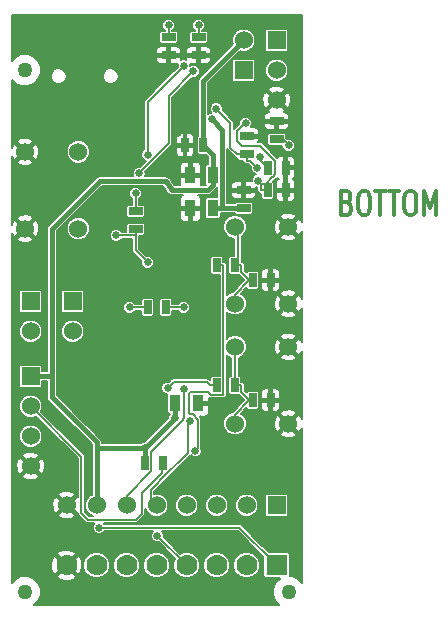
<source format=gbl>
G04 (created by PCBNEW-RS274X (2012-01-19 BZR 3256)-stable) date 12/5/2012 8:15:46 PM*
G01*
G70*
G90*
%MOIN*%
G04 Gerber Fmt 3.4, Leading zero omitted, Abs format*
%FSLAX34Y34*%
G04 APERTURE LIST*
%ADD10C,0.006000*%
%ADD11C,0.012000*%
%ADD12C,0.060000*%
%ADD13R,0.025000X0.045000*%
%ADD14R,0.045000X0.025000*%
%ADD15R,0.035000X0.055000*%
%ADD16R,0.060000X0.060000*%
%ADD17C,0.050000*%
%ADD18C,0.070000*%
%ADD19R,0.070000X0.070000*%
%ADD20C,0.025000*%
%ADD21C,0.015000*%
G04 APERTURE END LIST*
G54D10*
G54D11*
X71343Y-36405D02*
X71429Y-36443D01*
X71457Y-36481D01*
X71486Y-36557D01*
X71486Y-36671D01*
X71457Y-36748D01*
X71429Y-36786D01*
X71371Y-36824D01*
X71143Y-36824D01*
X71143Y-36024D01*
X71343Y-36024D01*
X71400Y-36062D01*
X71429Y-36100D01*
X71457Y-36176D01*
X71457Y-36252D01*
X71429Y-36329D01*
X71400Y-36367D01*
X71343Y-36405D01*
X71143Y-36405D01*
X71857Y-36024D02*
X71971Y-36024D01*
X72029Y-36062D01*
X72086Y-36138D01*
X72114Y-36290D01*
X72114Y-36557D01*
X72086Y-36710D01*
X72029Y-36786D01*
X71971Y-36824D01*
X71857Y-36824D01*
X71800Y-36786D01*
X71743Y-36710D01*
X71714Y-36557D01*
X71714Y-36290D01*
X71743Y-36138D01*
X71800Y-36062D01*
X71857Y-36024D01*
X72286Y-36024D02*
X72629Y-36024D01*
X72458Y-36824D02*
X72458Y-36024D01*
X72743Y-36024D02*
X73086Y-36024D01*
X72915Y-36824D02*
X72915Y-36024D01*
X73400Y-36024D02*
X73514Y-36024D01*
X73572Y-36062D01*
X73629Y-36138D01*
X73657Y-36290D01*
X73657Y-36557D01*
X73629Y-36710D01*
X73572Y-36786D01*
X73514Y-36824D01*
X73400Y-36824D01*
X73343Y-36786D01*
X73286Y-36710D01*
X73257Y-36557D01*
X73257Y-36290D01*
X73286Y-36138D01*
X73343Y-36062D01*
X73400Y-36024D01*
X73915Y-36824D02*
X73915Y-36024D01*
X74115Y-36595D01*
X74315Y-36024D01*
X74315Y-36824D01*
G54D12*
X67615Y-39780D03*
X67615Y-37220D03*
X69385Y-39780D03*
X69385Y-37220D03*
X62385Y-34720D03*
X62385Y-37280D03*
X60615Y-34720D03*
X60615Y-37280D03*
X67615Y-43780D03*
X67615Y-41220D03*
X69385Y-43780D03*
X69385Y-41220D03*
G54D13*
X65300Y-39900D03*
X64700Y-39900D03*
X67000Y-38500D03*
X67600Y-38500D03*
G54D14*
X66400Y-31500D03*
X66400Y-30900D03*
X65400Y-31500D03*
X65400Y-30900D03*
X64300Y-36700D03*
X64300Y-37300D03*
G54D13*
X64600Y-45100D03*
X65200Y-45100D03*
X67000Y-42500D03*
X67600Y-42500D03*
G54D14*
X69000Y-34300D03*
X69000Y-33700D03*
G54D15*
X65625Y-43100D03*
X66375Y-43100D03*
X66875Y-35500D03*
X66125Y-35500D03*
X66875Y-36600D03*
X66125Y-36600D03*
G54D12*
X63000Y-46500D03*
X64000Y-46500D03*
X62000Y-46500D03*
X65000Y-46500D03*
X66000Y-46500D03*
G54D16*
X69000Y-46500D03*
G54D12*
X68000Y-46500D03*
X67000Y-46500D03*
G54D16*
X69000Y-31000D03*
G54D12*
X69000Y-32000D03*
X69000Y-33000D03*
G54D16*
X62200Y-39700D03*
G54D12*
X62200Y-40700D03*
G54D16*
X60800Y-39700D03*
G54D12*
X60800Y-40700D03*
G54D16*
X67900Y-32000D03*
G54D12*
X67900Y-31000D03*
G54D13*
X68200Y-39000D03*
X68800Y-39000D03*
X68200Y-43000D03*
X68800Y-43000D03*
X66550Y-34500D03*
X65950Y-34500D03*
G54D14*
X67900Y-36600D03*
X67900Y-36000D03*
G54D13*
X68700Y-35250D03*
X69300Y-35250D03*
G54D14*
X68000Y-34800D03*
X68000Y-34200D03*
G54D13*
X68700Y-36000D03*
X69300Y-36000D03*
G54D12*
X60800Y-45200D03*
G54D16*
X60800Y-42200D03*
G54D12*
X60800Y-43200D03*
X60800Y-44200D03*
G54D17*
X60600Y-49400D03*
X60600Y-32000D03*
X69400Y-49400D03*
G54D18*
X63000Y-48500D03*
X64000Y-48500D03*
X62000Y-48500D03*
X65000Y-48500D03*
X66000Y-48500D03*
G54D19*
X69000Y-48500D03*
G54D18*
X68000Y-48500D03*
X67000Y-48500D03*
G54D20*
X66835Y-33631D03*
X63080Y-47250D03*
X65020Y-47520D03*
X63200Y-37000D03*
X65200Y-45950D03*
X62500Y-31500D03*
X62500Y-30500D03*
X65000Y-41000D03*
X64500Y-32000D03*
X62000Y-31000D03*
X65726Y-34095D03*
X66600Y-42100D03*
X63000Y-31000D03*
X64100Y-39900D03*
X65900Y-39900D03*
X64300Y-36100D03*
X66286Y-44687D03*
X69400Y-34500D03*
X65911Y-31852D03*
X68430Y-34897D03*
X64702Y-34819D03*
X68379Y-35679D03*
X67967Y-33764D03*
X65370Y-42591D03*
X65400Y-30500D03*
X66400Y-30500D03*
X63650Y-37500D03*
X64700Y-38400D03*
X64414Y-35425D03*
X66224Y-32041D03*
X68347Y-35255D03*
X66983Y-33290D03*
X65600Y-43600D03*
X64600Y-44600D03*
X66108Y-43690D03*
X65900Y-42612D03*
G54D21*
X67900Y-36600D02*
X67188Y-36600D01*
X66835Y-33631D02*
X67188Y-33984D01*
X67188Y-33984D02*
X67188Y-36600D01*
X66875Y-36600D02*
X67188Y-36600D01*
G54D10*
X67750Y-47250D02*
X63080Y-47250D01*
X69000Y-48500D02*
X67750Y-47250D01*
X66000Y-48500D02*
X65020Y-47520D01*
X64100Y-39900D02*
X64700Y-39900D01*
X65300Y-39900D02*
X65900Y-39900D01*
X64300Y-36700D02*
X64300Y-36100D01*
X66117Y-42731D02*
X66071Y-42777D01*
X66128Y-43469D02*
X66202Y-43469D01*
X66202Y-43469D02*
X66375Y-43642D01*
X66375Y-43642D02*
X66375Y-44598D01*
X67203Y-42819D02*
X66806Y-42819D01*
X67000Y-38500D02*
X67218Y-38500D01*
X67218Y-42804D02*
X67203Y-42819D01*
X66375Y-44598D02*
X66286Y-44687D01*
X66806Y-42819D02*
X66718Y-42731D01*
X66071Y-42777D02*
X66071Y-43412D01*
X66071Y-43412D02*
X66128Y-43469D01*
X67218Y-38500D02*
X67218Y-42804D01*
X66718Y-42731D02*
X66117Y-42731D01*
X69200Y-34300D02*
X69000Y-34300D01*
X69400Y-34500D02*
X69200Y-34300D01*
X64702Y-33061D02*
X64702Y-34819D01*
X68430Y-34980D02*
X68430Y-34897D01*
X68700Y-35250D02*
X68430Y-34980D01*
X65911Y-31852D02*
X64702Y-33061D01*
X67677Y-34358D02*
X67677Y-34040D01*
X68700Y-36000D02*
X68482Y-36000D01*
X68482Y-35782D02*
X68379Y-35679D01*
X68959Y-35473D02*
X68959Y-35017D01*
X68482Y-36000D02*
X68482Y-35782D01*
X68857Y-35568D02*
X68864Y-35568D01*
X67953Y-33764D02*
X67967Y-33764D01*
X68959Y-35017D02*
X68461Y-34519D01*
X67838Y-34519D02*
X67677Y-34358D01*
X68643Y-35782D02*
X68857Y-35568D01*
X67677Y-34040D02*
X67953Y-33764D01*
X68461Y-34519D02*
X67838Y-34519D01*
X68864Y-35568D02*
X68959Y-35473D01*
X68482Y-35782D02*
X68643Y-35782D01*
X66675Y-42393D02*
X65568Y-42393D01*
X67000Y-42500D02*
X66782Y-42500D01*
X65568Y-42393D02*
X65370Y-42591D01*
X66782Y-42500D02*
X66675Y-42393D01*
X65400Y-30500D02*
X65400Y-30900D01*
X66400Y-30900D02*
X66400Y-30500D01*
X64300Y-37300D02*
X64300Y-37500D01*
X64300Y-37500D02*
X63650Y-37500D01*
X64300Y-37300D02*
X64300Y-38000D01*
X64300Y-38000D02*
X64700Y-38400D01*
X67709Y-42500D02*
X67615Y-42406D01*
X67615Y-42406D02*
X67615Y-41220D01*
X67600Y-42500D02*
X67709Y-42500D01*
X67709Y-42500D02*
X67818Y-42500D01*
X68200Y-43000D02*
X68091Y-43000D01*
X68091Y-43000D02*
X67615Y-43476D01*
X68091Y-43000D02*
X67818Y-42727D01*
X67818Y-42727D02*
X67818Y-42500D01*
X67615Y-43476D02*
X67615Y-43780D01*
X67615Y-39476D02*
X67615Y-39780D01*
X67709Y-38500D02*
X67818Y-38500D01*
X67709Y-38500D02*
X67709Y-37314D01*
X67818Y-38727D02*
X67818Y-38500D01*
X68200Y-39000D02*
X68091Y-39000D01*
X68091Y-39000D02*
X67615Y-39476D01*
X67709Y-37314D02*
X67615Y-37220D01*
X68091Y-39000D02*
X67818Y-38727D01*
X67600Y-38500D02*
X67709Y-38500D01*
X64297Y-46986D02*
X62712Y-46986D01*
X65173Y-45127D02*
X65200Y-45100D01*
X64505Y-46086D02*
X64505Y-46778D01*
X62486Y-46760D02*
X62486Y-44886D01*
X64505Y-46778D02*
X64297Y-46986D01*
X60800Y-43200D02*
X62486Y-44886D01*
X62712Y-46986D02*
X62486Y-46760D01*
X65173Y-45418D02*
X64505Y-46086D01*
X65173Y-45418D02*
X65173Y-45127D01*
X65403Y-32862D02*
X66224Y-32041D01*
X64414Y-35425D02*
X65403Y-34436D01*
X65403Y-34436D02*
X65403Y-32862D01*
X68000Y-35018D02*
X68110Y-35018D01*
X68000Y-34909D02*
X68000Y-35018D01*
X67460Y-33767D02*
X66983Y-33290D01*
X68110Y-35018D02*
X68347Y-35255D01*
X68000Y-34800D02*
X67682Y-34800D01*
X67682Y-34800D02*
X67460Y-34578D01*
X68000Y-34800D02*
X68000Y-34909D01*
X67460Y-34578D02*
X67460Y-33767D01*
G54D21*
X66875Y-34825D02*
X66875Y-35500D01*
X65625Y-43575D02*
X65600Y-43600D01*
X66550Y-34500D02*
X66875Y-34825D01*
X66550Y-32350D02*
X67900Y-31000D01*
X66700Y-36000D02*
X65500Y-36000D01*
X61500Y-37300D02*
X61500Y-42200D01*
X65625Y-43100D02*
X65625Y-43575D01*
X66875Y-35500D02*
X66875Y-35825D01*
X60800Y-42200D02*
X61500Y-42200D01*
X64600Y-44600D02*
X63000Y-44600D01*
X61500Y-42900D02*
X61500Y-42200D01*
X63100Y-35700D02*
X61500Y-37300D01*
X61500Y-42900D02*
X63000Y-44400D01*
X63000Y-44600D02*
X63000Y-44400D01*
X64600Y-44600D02*
X65600Y-43600D01*
X65500Y-36000D02*
X65300Y-35700D01*
X64600Y-45100D02*
X64600Y-44600D01*
X63000Y-46500D02*
X63000Y-44600D01*
X66550Y-34500D02*
X66550Y-32350D01*
X66875Y-35825D02*
X66700Y-36000D01*
X65300Y-35700D02*
X63100Y-35700D01*
G54D10*
X66050Y-44743D02*
X66050Y-43748D01*
X64997Y-45797D02*
X64800Y-45994D01*
X64997Y-45797D02*
X65153Y-45641D01*
X64994Y-45800D02*
X64997Y-45797D01*
X65153Y-45641D02*
X65152Y-45641D01*
X64800Y-45994D02*
X64800Y-46300D01*
X65000Y-46500D02*
X64994Y-46494D01*
X64800Y-46300D02*
X65000Y-46500D01*
X65152Y-45641D02*
X66050Y-44743D01*
X66050Y-43748D02*
X66108Y-43690D01*
X65900Y-42612D02*
X65900Y-43591D01*
X65882Y-43609D02*
X65882Y-43674D01*
X64000Y-46182D02*
X64000Y-46500D01*
X64818Y-45364D02*
X64000Y-46182D01*
X64818Y-44738D02*
X64818Y-45364D01*
X65900Y-43591D02*
X65882Y-43609D01*
X65882Y-43674D02*
X64818Y-44738D01*
G36*
X69835Y-49085D02*
X69701Y-48951D01*
X69659Y-48933D01*
X69659Y-44117D01*
X69385Y-43844D01*
X69321Y-43907D01*
X69321Y-43780D01*
X69105Y-43563D01*
X69105Y-43261D01*
X69105Y-43189D01*
X69105Y-43090D01*
X69105Y-42910D01*
X69105Y-42811D01*
X69105Y-42739D01*
X69078Y-42673D01*
X69027Y-42622D01*
X68961Y-42595D01*
X68890Y-42595D01*
X68845Y-42640D01*
X68845Y-42955D01*
X69060Y-42955D01*
X69105Y-42910D01*
X69105Y-43090D01*
X69060Y-43045D01*
X68845Y-43045D01*
X68845Y-43360D01*
X68890Y-43405D01*
X68961Y-43405D01*
X69027Y-43378D01*
X69078Y-43327D01*
X69105Y-43261D01*
X69105Y-43563D01*
X69048Y-43506D01*
X68973Y-43536D01*
X68911Y-43713D01*
X68920Y-43900D01*
X68973Y-44024D01*
X69048Y-44054D01*
X69321Y-43780D01*
X69321Y-43907D01*
X69111Y-44117D01*
X69141Y-44192D01*
X69318Y-44254D01*
X69505Y-44245D01*
X69629Y-44192D01*
X69659Y-44117D01*
X69659Y-48933D01*
X69506Y-48870D01*
X69437Y-48870D01*
X69439Y-48867D01*
X69439Y-48832D01*
X69439Y-48132D01*
X69425Y-48099D01*
X69400Y-48074D01*
X69389Y-48069D01*
X69389Y-46817D01*
X69389Y-46782D01*
X69389Y-46182D01*
X69375Y-46149D01*
X69350Y-46124D01*
X69317Y-46111D01*
X69282Y-46111D01*
X68755Y-46111D01*
X68755Y-43360D01*
X68755Y-43045D01*
X68755Y-42955D01*
X68755Y-42640D01*
X68755Y-39360D01*
X68755Y-39045D01*
X68755Y-38955D01*
X68755Y-38640D01*
X68710Y-38595D01*
X68639Y-38595D01*
X68573Y-38622D01*
X68522Y-38673D01*
X68495Y-38739D01*
X68495Y-38811D01*
X68495Y-38910D01*
X68540Y-38955D01*
X68755Y-38955D01*
X68755Y-39045D01*
X68540Y-39045D01*
X68495Y-39090D01*
X68495Y-39189D01*
X68495Y-39261D01*
X68522Y-39327D01*
X68573Y-39378D01*
X68639Y-39405D01*
X68710Y-39405D01*
X68755Y-39360D01*
X68755Y-42640D01*
X68710Y-42595D01*
X68639Y-42595D01*
X68573Y-42622D01*
X68522Y-42673D01*
X68495Y-42739D01*
X68495Y-42811D01*
X68495Y-42910D01*
X68540Y-42955D01*
X68755Y-42955D01*
X68755Y-43045D01*
X68540Y-43045D01*
X68495Y-43090D01*
X68495Y-43189D01*
X68495Y-43261D01*
X68522Y-43327D01*
X68573Y-43378D01*
X68639Y-43405D01*
X68710Y-43405D01*
X68755Y-43360D01*
X68755Y-46111D01*
X68682Y-46111D01*
X68649Y-46125D01*
X68624Y-46150D01*
X68611Y-46183D01*
X68611Y-46218D01*
X68611Y-46818D01*
X68625Y-46851D01*
X68650Y-46876D01*
X68683Y-46889D01*
X68718Y-46889D01*
X69318Y-46889D01*
X69351Y-46875D01*
X69376Y-46850D01*
X69389Y-46817D01*
X69389Y-48069D01*
X69367Y-48061D01*
X69332Y-48061D01*
X68730Y-48061D01*
X68389Y-47719D01*
X68389Y-46578D01*
X68389Y-46423D01*
X68330Y-46280D01*
X68221Y-46170D01*
X68078Y-46111D01*
X67923Y-46111D01*
X67780Y-46170D01*
X67670Y-46279D01*
X67611Y-46422D01*
X67611Y-46577D01*
X67670Y-46720D01*
X67779Y-46830D01*
X67922Y-46889D01*
X68077Y-46889D01*
X68220Y-46830D01*
X68330Y-46721D01*
X68389Y-46578D01*
X68389Y-47719D01*
X67835Y-47165D01*
X67796Y-47139D01*
X67750Y-47130D01*
X67389Y-47130D01*
X67389Y-46578D01*
X67389Y-46423D01*
X67330Y-46280D01*
X67221Y-46170D01*
X67078Y-46111D01*
X66923Y-46111D01*
X66780Y-46170D01*
X66730Y-46219D01*
X66670Y-46279D01*
X66611Y-46422D01*
X66611Y-46577D01*
X66670Y-46720D01*
X66779Y-46830D01*
X66922Y-46889D01*
X67077Y-46889D01*
X67220Y-46830D01*
X67330Y-46721D01*
X67389Y-46578D01*
X67389Y-47130D01*
X66389Y-47130D01*
X66389Y-46578D01*
X66389Y-46423D01*
X66330Y-46280D01*
X66221Y-46170D01*
X66078Y-46111D01*
X65923Y-46111D01*
X65780Y-46170D01*
X65670Y-46279D01*
X65611Y-46422D01*
X65611Y-46577D01*
X65670Y-46720D01*
X65779Y-46830D01*
X65922Y-46889D01*
X66077Y-46889D01*
X66220Y-46830D01*
X66330Y-46721D01*
X66389Y-46578D01*
X66389Y-47130D01*
X63262Y-47130D01*
X63262Y-47128D01*
X63240Y-47106D01*
X64297Y-47106D01*
X64343Y-47097D01*
X64382Y-47071D01*
X64590Y-46863D01*
X64616Y-46824D01*
X64625Y-46778D01*
X64625Y-46610D01*
X64670Y-46720D01*
X64779Y-46830D01*
X64922Y-46889D01*
X65077Y-46889D01*
X65220Y-46830D01*
X65330Y-46721D01*
X65389Y-46578D01*
X65389Y-46423D01*
X65330Y-46280D01*
X65221Y-46170D01*
X65078Y-46111D01*
X64923Y-46111D01*
X64920Y-46112D01*
X64920Y-46043D01*
X65076Y-45886D01*
X65079Y-45885D01*
X65081Y-45882D01*
X65082Y-45882D01*
X65235Y-45727D01*
X65237Y-45726D01*
X65238Y-45726D01*
X65240Y-45723D01*
X66129Y-44834D01*
X66164Y-44869D01*
X66243Y-44902D01*
X66329Y-44902D01*
X66408Y-44869D01*
X66468Y-44809D01*
X66501Y-44730D01*
X66501Y-44644D01*
X66490Y-44619D01*
X66493Y-44608D01*
X66495Y-44599D01*
X66494Y-44598D01*
X66495Y-44598D01*
X66495Y-43642D01*
X66486Y-43596D01*
X66460Y-43557D01*
X66457Y-43555D01*
X66450Y-43547D01*
X66450Y-43540D01*
X66465Y-43555D01*
X66586Y-43555D01*
X66652Y-43528D01*
X66703Y-43477D01*
X66730Y-43411D01*
X66730Y-43339D01*
X66730Y-43190D01*
X66685Y-43145D01*
X66450Y-43145D01*
X66420Y-43145D01*
X66330Y-43145D01*
X66330Y-43055D01*
X66420Y-43055D01*
X66450Y-43055D01*
X66685Y-43055D01*
X66730Y-43010D01*
X66730Y-42910D01*
X66760Y-42930D01*
X66806Y-42939D01*
X67203Y-42939D01*
X67249Y-42930D01*
X67288Y-42904D01*
X67303Y-42889D01*
X67329Y-42850D01*
X67338Y-42804D01*
X67338Y-41493D01*
X67394Y-41550D01*
X67495Y-41591D01*
X67495Y-42186D01*
X67457Y-42186D01*
X67424Y-42200D01*
X67399Y-42225D01*
X67386Y-42258D01*
X67386Y-42293D01*
X67386Y-42743D01*
X67400Y-42776D01*
X67425Y-42801D01*
X67458Y-42814D01*
X67493Y-42814D01*
X67735Y-42814D01*
X67921Y-43000D01*
X67530Y-43391D01*
X67526Y-43395D01*
X67395Y-43450D01*
X67285Y-43559D01*
X67226Y-43702D01*
X67226Y-43857D01*
X67285Y-44000D01*
X67394Y-44110D01*
X67537Y-44169D01*
X67692Y-44169D01*
X67835Y-44110D01*
X67945Y-44001D01*
X68004Y-43858D01*
X68004Y-43703D01*
X67945Y-43560D01*
X67836Y-43450D01*
X67818Y-43442D01*
X67995Y-43265D01*
X68000Y-43276D01*
X68025Y-43301D01*
X68058Y-43314D01*
X68093Y-43314D01*
X68343Y-43314D01*
X68376Y-43300D01*
X68401Y-43275D01*
X68414Y-43242D01*
X68414Y-43207D01*
X68414Y-42757D01*
X68400Y-42724D01*
X68375Y-42699D01*
X68342Y-42686D01*
X68307Y-42686D01*
X68057Y-42686D01*
X68024Y-42700D01*
X67999Y-42725D01*
X67995Y-42734D01*
X67938Y-42677D01*
X67938Y-42500D01*
X67929Y-42454D01*
X67903Y-42415D01*
X67864Y-42389D01*
X67818Y-42380D01*
X67814Y-42380D01*
X67814Y-42257D01*
X67800Y-42224D01*
X67775Y-42199D01*
X67742Y-42186D01*
X67735Y-42186D01*
X67735Y-41591D01*
X67835Y-41550D01*
X67945Y-41441D01*
X68004Y-41298D01*
X68004Y-41143D01*
X67945Y-41000D01*
X67836Y-40890D01*
X67693Y-40831D01*
X67538Y-40831D01*
X67395Y-40890D01*
X67338Y-40946D01*
X67338Y-40053D01*
X67394Y-40110D01*
X67537Y-40169D01*
X67692Y-40169D01*
X67835Y-40110D01*
X67945Y-40001D01*
X68004Y-39858D01*
X68004Y-39703D01*
X67945Y-39560D01*
X67836Y-39450D01*
X67818Y-39442D01*
X67995Y-39265D01*
X68000Y-39276D01*
X68025Y-39301D01*
X68058Y-39314D01*
X68093Y-39314D01*
X68343Y-39314D01*
X68376Y-39300D01*
X68401Y-39275D01*
X68414Y-39242D01*
X68414Y-39207D01*
X68414Y-38757D01*
X68400Y-38724D01*
X68375Y-38699D01*
X68342Y-38686D01*
X68307Y-38686D01*
X68305Y-38686D01*
X68305Y-36161D01*
X68305Y-36090D01*
X68260Y-36045D01*
X67945Y-36045D01*
X67945Y-36260D01*
X67990Y-36305D01*
X68089Y-36305D01*
X68161Y-36305D01*
X68227Y-36278D01*
X68278Y-36227D01*
X68305Y-36161D01*
X68305Y-38686D01*
X68057Y-38686D01*
X68024Y-38700D01*
X67999Y-38725D01*
X67995Y-38734D01*
X67938Y-38677D01*
X67938Y-38500D01*
X67929Y-38454D01*
X67903Y-38415D01*
X67864Y-38389D01*
X67829Y-38382D01*
X67829Y-37552D01*
X67835Y-37550D01*
X67945Y-37441D01*
X68004Y-37298D01*
X68004Y-37143D01*
X67945Y-37000D01*
X67836Y-36890D01*
X67693Y-36831D01*
X67538Y-36831D01*
X67395Y-36890D01*
X67285Y-36999D01*
X67226Y-37142D01*
X67226Y-37297D01*
X67285Y-37440D01*
X67394Y-37550D01*
X67537Y-37609D01*
X67589Y-37609D01*
X67589Y-38186D01*
X67457Y-38186D01*
X67424Y-38200D01*
X67399Y-38225D01*
X67386Y-38258D01*
X67386Y-38293D01*
X67386Y-38743D01*
X67400Y-38776D01*
X67425Y-38801D01*
X67458Y-38814D01*
X67493Y-38814D01*
X67735Y-38814D01*
X67921Y-39000D01*
X67530Y-39391D01*
X67526Y-39395D01*
X67395Y-39450D01*
X67338Y-39506D01*
X67338Y-38500D01*
X67329Y-38454D01*
X67303Y-38415D01*
X67264Y-38389D01*
X67218Y-38380D01*
X67214Y-38380D01*
X67214Y-38257D01*
X67200Y-38224D01*
X67175Y-38199D01*
X67142Y-38186D01*
X67107Y-38186D01*
X66857Y-38186D01*
X66824Y-38200D01*
X66799Y-38225D01*
X66786Y-38258D01*
X66786Y-38293D01*
X66786Y-38743D01*
X66800Y-38776D01*
X66825Y-38801D01*
X66858Y-38814D01*
X66893Y-38814D01*
X67098Y-38814D01*
X67098Y-42186D01*
X66857Y-42186D01*
X66824Y-42200D01*
X66799Y-42225D01*
X66786Y-42258D01*
X66786Y-42293D01*
X66786Y-42334D01*
X66760Y-42308D01*
X66721Y-42282D01*
X66675Y-42273D01*
X66480Y-42273D01*
X66480Y-36911D01*
X66480Y-36839D01*
X66480Y-36690D01*
X66435Y-36645D01*
X66170Y-36645D01*
X66170Y-37010D01*
X66215Y-37055D01*
X66336Y-37055D01*
X66402Y-37028D01*
X66453Y-36977D01*
X66480Y-36911D01*
X66480Y-42273D01*
X66115Y-42273D01*
X66115Y-39943D01*
X66115Y-39857D01*
X66082Y-39778D01*
X66080Y-39776D01*
X66080Y-37010D01*
X66080Y-36645D01*
X65815Y-36645D01*
X65770Y-36690D01*
X65770Y-36839D01*
X65770Y-36911D01*
X65797Y-36977D01*
X65848Y-37028D01*
X65914Y-37055D01*
X66035Y-37055D01*
X66080Y-37010D01*
X66080Y-39776D01*
X66022Y-39718D01*
X65943Y-39685D01*
X65857Y-39685D01*
X65778Y-39718D01*
X65718Y-39778D01*
X65717Y-39780D01*
X65514Y-39780D01*
X65514Y-39657D01*
X65500Y-39624D01*
X65475Y-39599D01*
X65442Y-39586D01*
X65407Y-39586D01*
X65157Y-39586D01*
X65124Y-39600D01*
X65099Y-39625D01*
X65086Y-39658D01*
X65086Y-39693D01*
X65086Y-40143D01*
X65100Y-40176D01*
X65125Y-40201D01*
X65158Y-40214D01*
X65193Y-40214D01*
X65443Y-40214D01*
X65476Y-40200D01*
X65501Y-40175D01*
X65514Y-40142D01*
X65514Y-40107D01*
X65514Y-40020D01*
X65717Y-40020D01*
X65718Y-40022D01*
X65778Y-40082D01*
X65857Y-40115D01*
X65943Y-40115D01*
X66022Y-40082D01*
X66082Y-40022D01*
X66115Y-39943D01*
X66115Y-42273D01*
X65568Y-42273D01*
X65522Y-42282D01*
X65483Y-42308D01*
X65414Y-42376D01*
X65413Y-42376D01*
X65327Y-42376D01*
X65248Y-42409D01*
X65188Y-42469D01*
X65155Y-42548D01*
X65155Y-42634D01*
X65188Y-42713D01*
X65248Y-42773D01*
X65327Y-42806D01*
X65361Y-42806D01*
X65361Y-42808D01*
X65361Y-42843D01*
X65361Y-43393D01*
X65375Y-43426D01*
X65400Y-43451D01*
X65432Y-43463D01*
X65418Y-43478D01*
X65385Y-43557D01*
X65385Y-43581D01*
X64915Y-44051D01*
X64915Y-38443D01*
X64915Y-38357D01*
X64882Y-38278D01*
X64822Y-38218D01*
X64743Y-38185D01*
X64657Y-38185D01*
X64655Y-38185D01*
X64420Y-37950D01*
X64420Y-37514D01*
X64543Y-37514D01*
X64576Y-37500D01*
X64601Y-37475D01*
X64614Y-37442D01*
X64614Y-37407D01*
X64614Y-37157D01*
X64614Y-36842D01*
X64614Y-36807D01*
X64614Y-36557D01*
X64600Y-36524D01*
X64575Y-36499D01*
X64542Y-36486D01*
X64507Y-36486D01*
X64420Y-36486D01*
X64420Y-36282D01*
X64422Y-36282D01*
X64482Y-36222D01*
X64515Y-36143D01*
X64515Y-36057D01*
X64482Y-35978D01*
X64422Y-35918D01*
X64343Y-35885D01*
X64257Y-35885D01*
X64178Y-35918D01*
X64118Y-35978D01*
X64085Y-36057D01*
X64085Y-36143D01*
X64118Y-36222D01*
X64178Y-36282D01*
X64180Y-36282D01*
X64180Y-36486D01*
X64057Y-36486D01*
X64024Y-36500D01*
X63999Y-36525D01*
X63986Y-36558D01*
X63986Y-36593D01*
X63986Y-36843D01*
X64000Y-36876D01*
X64025Y-36901D01*
X64058Y-36914D01*
X64093Y-36914D01*
X64543Y-36914D01*
X64576Y-36900D01*
X64601Y-36875D01*
X64614Y-36842D01*
X64614Y-37157D01*
X64600Y-37124D01*
X64575Y-37099D01*
X64542Y-37086D01*
X64507Y-37086D01*
X64057Y-37086D01*
X64024Y-37100D01*
X63999Y-37125D01*
X63986Y-37158D01*
X63986Y-37193D01*
X63986Y-37380D01*
X63832Y-37380D01*
X63832Y-37378D01*
X63772Y-37318D01*
X63693Y-37285D01*
X63607Y-37285D01*
X63528Y-37318D01*
X63468Y-37378D01*
X63435Y-37457D01*
X63435Y-37543D01*
X63468Y-37622D01*
X63528Y-37682D01*
X63607Y-37715D01*
X63693Y-37715D01*
X63772Y-37682D01*
X63832Y-37622D01*
X63832Y-37620D01*
X64180Y-37620D01*
X64180Y-38000D01*
X64189Y-38046D01*
X64215Y-38085D01*
X64485Y-38355D01*
X64485Y-38357D01*
X64485Y-38443D01*
X64518Y-38522D01*
X64578Y-38582D01*
X64657Y-38615D01*
X64743Y-38615D01*
X64822Y-38582D01*
X64882Y-38522D01*
X64915Y-38443D01*
X64915Y-44051D01*
X64914Y-44052D01*
X64914Y-40142D01*
X64914Y-40107D01*
X64914Y-39657D01*
X64900Y-39624D01*
X64875Y-39599D01*
X64842Y-39586D01*
X64807Y-39586D01*
X64557Y-39586D01*
X64524Y-39600D01*
X64499Y-39625D01*
X64486Y-39658D01*
X64486Y-39693D01*
X64486Y-39780D01*
X64282Y-39780D01*
X64282Y-39778D01*
X64222Y-39718D01*
X64143Y-39685D01*
X64057Y-39685D01*
X63978Y-39718D01*
X63918Y-39778D01*
X63885Y-39857D01*
X63885Y-39943D01*
X63918Y-40022D01*
X63978Y-40082D01*
X64057Y-40115D01*
X64143Y-40115D01*
X64222Y-40082D01*
X64282Y-40022D01*
X64282Y-40020D01*
X64486Y-40020D01*
X64486Y-40143D01*
X64500Y-40176D01*
X64525Y-40201D01*
X64558Y-40214D01*
X64593Y-40214D01*
X64843Y-40214D01*
X64876Y-40200D01*
X64901Y-40175D01*
X64914Y-40142D01*
X64914Y-44052D01*
X64581Y-44385D01*
X64557Y-44385D01*
X64478Y-44418D01*
X64461Y-44435D01*
X63165Y-44435D01*
X63165Y-44400D01*
X63152Y-44337D01*
X63117Y-44283D01*
X63114Y-44281D01*
X62774Y-43940D01*
X62774Y-37358D01*
X62774Y-37203D01*
X62715Y-37060D01*
X62606Y-36950D01*
X62463Y-36891D01*
X62308Y-36891D01*
X62165Y-36950D01*
X62055Y-37059D01*
X61996Y-37202D01*
X61996Y-37357D01*
X62055Y-37500D01*
X62164Y-37610D01*
X62307Y-37669D01*
X62462Y-37669D01*
X62605Y-37610D01*
X62715Y-37501D01*
X62774Y-37358D01*
X62774Y-43940D01*
X62589Y-43755D01*
X62589Y-40778D01*
X62589Y-40623D01*
X62589Y-40017D01*
X62589Y-39982D01*
X62589Y-39382D01*
X62575Y-39349D01*
X62550Y-39324D01*
X62517Y-39311D01*
X62482Y-39311D01*
X61882Y-39311D01*
X61849Y-39325D01*
X61824Y-39350D01*
X61811Y-39383D01*
X61811Y-39418D01*
X61811Y-40018D01*
X61825Y-40051D01*
X61850Y-40076D01*
X61883Y-40089D01*
X61918Y-40089D01*
X62518Y-40089D01*
X62551Y-40075D01*
X62576Y-40050D01*
X62589Y-40017D01*
X62589Y-40623D01*
X62530Y-40480D01*
X62421Y-40370D01*
X62278Y-40311D01*
X62123Y-40311D01*
X61980Y-40370D01*
X61870Y-40479D01*
X61811Y-40622D01*
X61811Y-40777D01*
X61870Y-40920D01*
X61979Y-41030D01*
X62122Y-41089D01*
X62277Y-41089D01*
X62420Y-41030D01*
X62530Y-40921D01*
X62589Y-40778D01*
X62589Y-43755D01*
X61665Y-42831D01*
X61665Y-42200D01*
X61665Y-37368D01*
X63168Y-35865D01*
X65211Y-35865D01*
X65362Y-36091D01*
X65373Y-36102D01*
X65383Y-36117D01*
X65399Y-36127D01*
X65408Y-36136D01*
X65421Y-36141D01*
X65437Y-36152D01*
X65450Y-36154D01*
X65467Y-36162D01*
X65484Y-36161D01*
X65500Y-36165D01*
X65865Y-36165D01*
X65848Y-36172D01*
X65797Y-36223D01*
X65770Y-36289D01*
X65770Y-36361D01*
X65770Y-36510D01*
X65815Y-36555D01*
X66050Y-36555D01*
X66080Y-36555D01*
X66170Y-36555D01*
X66200Y-36555D01*
X66435Y-36555D01*
X66480Y-36510D01*
X66480Y-36361D01*
X66480Y-36289D01*
X66453Y-36223D01*
X66402Y-36172D01*
X66384Y-36165D01*
X66700Y-36165D01*
X66763Y-36152D01*
X66817Y-36117D01*
X66989Y-35943D01*
X66991Y-35942D01*
X66992Y-35942D01*
X67023Y-35894D01*
X67023Y-36236D01*
X66682Y-36236D01*
X66649Y-36250D01*
X66624Y-36275D01*
X66611Y-36308D01*
X66611Y-36343D01*
X66611Y-36893D01*
X66625Y-36926D01*
X66650Y-36951D01*
X66683Y-36964D01*
X66718Y-36964D01*
X67068Y-36964D01*
X67101Y-36950D01*
X67126Y-36925D01*
X67139Y-36892D01*
X67139Y-36857D01*
X67139Y-36765D01*
X67188Y-36765D01*
X67595Y-36765D01*
X67600Y-36776D01*
X67625Y-36801D01*
X67658Y-36814D01*
X67693Y-36814D01*
X68143Y-36814D01*
X68176Y-36800D01*
X68201Y-36775D01*
X68214Y-36742D01*
X68214Y-36707D01*
X68214Y-36457D01*
X68200Y-36424D01*
X68175Y-36399D01*
X68142Y-36386D01*
X68107Y-36386D01*
X67855Y-36386D01*
X67855Y-36260D01*
X67855Y-36045D01*
X67855Y-35955D01*
X67855Y-35740D01*
X67810Y-35695D01*
X67711Y-35695D01*
X67639Y-35695D01*
X67573Y-35722D01*
X67522Y-35773D01*
X67495Y-35839D01*
X67495Y-35910D01*
X67540Y-35955D01*
X67855Y-35955D01*
X67855Y-36045D01*
X67540Y-36045D01*
X67495Y-36090D01*
X67495Y-36161D01*
X67522Y-36227D01*
X67573Y-36278D01*
X67639Y-36305D01*
X67711Y-36305D01*
X67810Y-36305D01*
X67855Y-36260D01*
X67855Y-36386D01*
X67657Y-36386D01*
X67624Y-36400D01*
X67599Y-36425D01*
X67595Y-36435D01*
X67353Y-36435D01*
X67353Y-34630D01*
X67375Y-34663D01*
X67596Y-34884D01*
X67597Y-34885D01*
X67635Y-34910D01*
X67636Y-34911D01*
X67672Y-34918D01*
X67681Y-34920D01*
X67681Y-34919D01*
X67682Y-34920D01*
X67686Y-34920D01*
X67686Y-34943D01*
X67700Y-34976D01*
X67725Y-35001D01*
X67758Y-35014D01*
X67793Y-35014D01*
X67880Y-35014D01*
X67880Y-35018D01*
X67889Y-35064D01*
X67915Y-35103D01*
X67954Y-35129D01*
X68000Y-35138D01*
X68060Y-35138D01*
X68132Y-35210D01*
X68132Y-35212D01*
X68132Y-35298D01*
X68165Y-35377D01*
X68225Y-35437D01*
X68304Y-35470D01*
X68321Y-35470D01*
X68257Y-35497D01*
X68197Y-35557D01*
X68164Y-35636D01*
X68164Y-35696D01*
X68161Y-35695D01*
X68089Y-35695D01*
X67990Y-35695D01*
X67945Y-35740D01*
X67945Y-35955D01*
X68260Y-35955D01*
X68305Y-35910D01*
X68305Y-35881D01*
X68336Y-35894D01*
X68362Y-35894D01*
X68362Y-36000D01*
X68371Y-36046D01*
X68397Y-36085D01*
X68436Y-36111D01*
X68482Y-36120D01*
X68486Y-36120D01*
X68486Y-36243D01*
X68500Y-36276D01*
X68525Y-36301D01*
X68558Y-36314D01*
X68593Y-36314D01*
X68843Y-36314D01*
X68876Y-36300D01*
X68901Y-36275D01*
X68914Y-36242D01*
X68914Y-36207D01*
X68914Y-35757D01*
X68900Y-35724D01*
X68885Y-35709D01*
X68925Y-35668D01*
X68949Y-35653D01*
X69023Y-35578D01*
X69070Y-35625D01*
X69022Y-35673D01*
X68995Y-35739D01*
X68995Y-35811D01*
X68995Y-35910D01*
X69040Y-35955D01*
X69255Y-35955D01*
X69255Y-35640D01*
X69240Y-35625D01*
X69255Y-35610D01*
X69255Y-35325D01*
X69255Y-35295D01*
X69255Y-35205D01*
X69255Y-35175D01*
X69255Y-34890D01*
X69210Y-34845D01*
X69139Y-34845D01*
X69073Y-34872D01*
X69028Y-34916D01*
X68546Y-34434D01*
X68507Y-34408D01*
X68461Y-34399D01*
X68389Y-34399D01*
X68405Y-34361D01*
X68405Y-34290D01*
X68360Y-34245D01*
X68075Y-34245D01*
X68045Y-34245D01*
X67955Y-34245D01*
X67955Y-34155D01*
X68045Y-34155D01*
X68075Y-34155D01*
X68360Y-34155D01*
X68405Y-34110D01*
X68405Y-34039D01*
X68378Y-33973D01*
X68327Y-33922D01*
X68289Y-33906D01*
X68289Y-32317D01*
X68289Y-32282D01*
X68289Y-31682D01*
X68275Y-31649D01*
X68250Y-31624D01*
X68217Y-31611D01*
X68182Y-31611D01*
X67582Y-31611D01*
X67549Y-31625D01*
X67524Y-31650D01*
X67511Y-31683D01*
X67511Y-31718D01*
X67511Y-32318D01*
X67525Y-32351D01*
X67550Y-32376D01*
X67583Y-32389D01*
X67618Y-32389D01*
X68218Y-32389D01*
X68251Y-32375D01*
X68276Y-32350D01*
X68289Y-32317D01*
X68289Y-33906D01*
X68261Y-33895D01*
X68189Y-33895D01*
X68140Y-33895D01*
X68149Y-33886D01*
X68182Y-33807D01*
X68182Y-33721D01*
X68149Y-33642D01*
X68089Y-33582D01*
X68010Y-33549D01*
X67924Y-33549D01*
X67845Y-33582D01*
X67785Y-33642D01*
X67752Y-33721D01*
X67752Y-33795D01*
X67592Y-33955D01*
X67580Y-33973D01*
X67580Y-33767D01*
X67571Y-33721D01*
X67545Y-33682D01*
X67542Y-33680D01*
X67197Y-33334D01*
X67198Y-33333D01*
X67198Y-33247D01*
X67165Y-33168D01*
X67105Y-33108D01*
X67026Y-33075D01*
X66940Y-33075D01*
X66861Y-33108D01*
X66801Y-33168D01*
X66768Y-33247D01*
X66768Y-33333D01*
X66801Y-33412D01*
X66805Y-33416D01*
X66792Y-33416D01*
X66715Y-33448D01*
X66715Y-32419D01*
X67767Y-31366D01*
X67822Y-31389D01*
X67977Y-31389D01*
X68120Y-31330D01*
X68230Y-31221D01*
X68289Y-31078D01*
X68289Y-30923D01*
X68230Y-30780D01*
X68121Y-30670D01*
X67978Y-30611D01*
X67823Y-30611D01*
X67680Y-30670D01*
X67570Y-30779D01*
X67511Y-30922D01*
X67511Y-31077D01*
X67533Y-31132D01*
X66805Y-31860D01*
X66805Y-31661D01*
X66805Y-31590D01*
X66805Y-31410D01*
X66805Y-31339D01*
X66778Y-31273D01*
X66727Y-31222D01*
X66714Y-31216D01*
X66714Y-31042D01*
X66714Y-31007D01*
X66714Y-30757D01*
X66700Y-30724D01*
X66675Y-30699D01*
X66642Y-30686D01*
X66607Y-30686D01*
X66520Y-30686D01*
X66520Y-30682D01*
X66522Y-30682D01*
X66582Y-30622D01*
X66615Y-30543D01*
X66615Y-30457D01*
X66582Y-30378D01*
X66522Y-30318D01*
X66443Y-30285D01*
X66357Y-30285D01*
X66278Y-30318D01*
X66218Y-30378D01*
X66185Y-30457D01*
X66185Y-30543D01*
X66218Y-30622D01*
X66278Y-30682D01*
X66280Y-30682D01*
X66280Y-30686D01*
X66157Y-30686D01*
X66124Y-30700D01*
X66099Y-30725D01*
X66086Y-30758D01*
X66086Y-30793D01*
X66086Y-31043D01*
X66100Y-31076D01*
X66125Y-31101D01*
X66158Y-31114D01*
X66193Y-31114D01*
X66643Y-31114D01*
X66676Y-31100D01*
X66701Y-31075D01*
X66714Y-31042D01*
X66714Y-31216D01*
X66661Y-31195D01*
X66589Y-31195D01*
X66490Y-31195D01*
X66445Y-31240D01*
X66445Y-31455D01*
X66760Y-31455D01*
X66805Y-31410D01*
X66805Y-31590D01*
X66760Y-31545D01*
X66445Y-31545D01*
X66445Y-31760D01*
X66490Y-31805D01*
X66589Y-31805D01*
X66661Y-31805D01*
X66727Y-31778D01*
X66778Y-31727D01*
X66805Y-31661D01*
X66805Y-31860D01*
X66433Y-32233D01*
X66398Y-32287D01*
X66385Y-32350D01*
X66385Y-34195D01*
X66374Y-34200D01*
X66349Y-34225D01*
X66336Y-34258D01*
X66336Y-34293D01*
X66336Y-34743D01*
X66350Y-34776D01*
X66375Y-34801D01*
X66408Y-34814D01*
X66443Y-34814D01*
X66630Y-34814D01*
X66710Y-34893D01*
X66710Y-35136D01*
X66682Y-35136D01*
X66649Y-35150D01*
X66624Y-35175D01*
X66611Y-35208D01*
X66611Y-35243D01*
X66611Y-35793D01*
X66625Y-35826D01*
X66632Y-35833D01*
X66631Y-35835D01*
X66470Y-35835D01*
X66480Y-35811D01*
X66480Y-35739D01*
X66480Y-35590D01*
X66480Y-35410D01*
X66480Y-35261D01*
X66480Y-35189D01*
X66453Y-35123D01*
X66402Y-35072D01*
X66336Y-35045D01*
X66255Y-35045D01*
X66255Y-34761D01*
X66255Y-34689D01*
X66255Y-34590D01*
X66255Y-34410D01*
X66255Y-34311D01*
X66255Y-34239D01*
X66228Y-34173D01*
X66177Y-34122D01*
X66111Y-34095D01*
X66040Y-34095D01*
X65995Y-34140D01*
X65995Y-34455D01*
X66210Y-34455D01*
X66255Y-34410D01*
X66255Y-34590D01*
X66210Y-34545D01*
X65995Y-34545D01*
X65995Y-34860D01*
X66040Y-34905D01*
X66111Y-34905D01*
X66177Y-34878D01*
X66228Y-34827D01*
X66255Y-34761D01*
X66255Y-35045D01*
X66215Y-35045D01*
X66170Y-35090D01*
X66170Y-35455D01*
X66435Y-35455D01*
X66480Y-35410D01*
X66480Y-35590D01*
X66435Y-35545D01*
X66200Y-35545D01*
X66170Y-35545D01*
X66080Y-35545D01*
X66080Y-35455D01*
X66080Y-35090D01*
X66035Y-35045D01*
X65914Y-35045D01*
X65905Y-35048D01*
X65905Y-34860D01*
X65905Y-34545D01*
X65905Y-34455D01*
X65905Y-34140D01*
X65860Y-34095D01*
X65789Y-34095D01*
X65723Y-34122D01*
X65672Y-34173D01*
X65645Y-34239D01*
X65645Y-34311D01*
X65645Y-34410D01*
X65690Y-34455D01*
X65905Y-34455D01*
X65905Y-34545D01*
X65690Y-34545D01*
X65645Y-34590D01*
X65645Y-34689D01*
X65645Y-34761D01*
X65672Y-34827D01*
X65723Y-34878D01*
X65789Y-34905D01*
X65860Y-34905D01*
X65905Y-34860D01*
X65905Y-35048D01*
X65848Y-35072D01*
X65797Y-35123D01*
X65770Y-35189D01*
X65770Y-35261D01*
X65770Y-35410D01*
X65815Y-35455D01*
X66080Y-35455D01*
X66080Y-35545D01*
X66050Y-35545D01*
X65815Y-35545D01*
X65770Y-35590D01*
X65770Y-35739D01*
X65770Y-35811D01*
X65779Y-35835D01*
X65588Y-35835D01*
X65437Y-35608D01*
X65426Y-35597D01*
X65417Y-35583D01*
X65402Y-35573D01*
X65392Y-35563D01*
X65375Y-35556D01*
X65363Y-35548D01*
X65349Y-35545D01*
X65332Y-35538D01*
X65315Y-35538D01*
X65300Y-35535D01*
X64601Y-35535D01*
X64629Y-35468D01*
X64629Y-35382D01*
X64628Y-35380D01*
X65485Y-34522D01*
X65487Y-34521D01*
X65488Y-34521D01*
X65514Y-34482D01*
X65523Y-34436D01*
X65523Y-32912D01*
X66179Y-32255D01*
X66181Y-32256D01*
X66267Y-32256D01*
X66346Y-32223D01*
X66406Y-32163D01*
X66439Y-32084D01*
X66439Y-31998D01*
X66406Y-31919D01*
X66346Y-31859D01*
X66267Y-31826D01*
X66181Y-31826D01*
X66126Y-31848D01*
X66126Y-31809D01*
X66121Y-31797D01*
X66139Y-31805D01*
X66211Y-31805D01*
X66310Y-31805D01*
X66355Y-31760D01*
X66355Y-31545D01*
X66355Y-31455D01*
X66355Y-31240D01*
X66310Y-31195D01*
X66211Y-31195D01*
X66139Y-31195D01*
X66073Y-31222D01*
X66022Y-31273D01*
X65995Y-31339D01*
X65995Y-31410D01*
X66040Y-31455D01*
X66355Y-31455D01*
X66355Y-31545D01*
X66040Y-31545D01*
X65995Y-31590D01*
X65995Y-31654D01*
X65954Y-31637D01*
X65868Y-31637D01*
X65805Y-31661D01*
X65805Y-31590D01*
X65805Y-31410D01*
X65805Y-31339D01*
X65778Y-31273D01*
X65727Y-31222D01*
X65714Y-31216D01*
X65714Y-31042D01*
X65714Y-31007D01*
X65714Y-30757D01*
X65700Y-30724D01*
X65675Y-30699D01*
X65642Y-30686D01*
X65607Y-30686D01*
X65520Y-30686D01*
X65520Y-30682D01*
X65522Y-30682D01*
X65582Y-30622D01*
X65615Y-30543D01*
X65615Y-30457D01*
X65582Y-30378D01*
X65522Y-30318D01*
X65443Y-30285D01*
X65357Y-30285D01*
X65278Y-30318D01*
X65218Y-30378D01*
X65185Y-30457D01*
X65185Y-30543D01*
X65218Y-30622D01*
X65278Y-30682D01*
X65280Y-30682D01*
X65280Y-30686D01*
X65157Y-30686D01*
X65124Y-30700D01*
X65099Y-30725D01*
X65086Y-30758D01*
X65086Y-30793D01*
X65086Y-31043D01*
X65100Y-31076D01*
X65125Y-31101D01*
X65158Y-31114D01*
X65193Y-31114D01*
X65643Y-31114D01*
X65676Y-31100D01*
X65701Y-31075D01*
X65714Y-31042D01*
X65714Y-31216D01*
X65661Y-31195D01*
X65589Y-31195D01*
X65490Y-31195D01*
X65445Y-31240D01*
X65445Y-31455D01*
X65760Y-31455D01*
X65805Y-31410D01*
X65805Y-31590D01*
X65760Y-31545D01*
X65445Y-31545D01*
X65445Y-31760D01*
X65490Y-31805D01*
X65589Y-31805D01*
X65661Y-31805D01*
X65705Y-31786D01*
X65696Y-31809D01*
X65696Y-31895D01*
X65696Y-31897D01*
X65355Y-32238D01*
X65355Y-31760D01*
X65355Y-31545D01*
X65355Y-31455D01*
X65355Y-31240D01*
X65310Y-31195D01*
X65211Y-31195D01*
X65139Y-31195D01*
X65073Y-31222D01*
X65022Y-31273D01*
X64995Y-31339D01*
X64995Y-31410D01*
X65040Y-31455D01*
X65355Y-31455D01*
X65355Y-31545D01*
X65040Y-31545D01*
X64995Y-31590D01*
X64995Y-31661D01*
X65022Y-31727D01*
X65073Y-31778D01*
X65139Y-31805D01*
X65211Y-31805D01*
X65310Y-31805D01*
X65355Y-31760D01*
X65355Y-32238D01*
X64617Y-32976D01*
X64591Y-33015D01*
X64582Y-33061D01*
X64582Y-34636D01*
X64580Y-34637D01*
X64520Y-34697D01*
X64487Y-34776D01*
X64487Y-34862D01*
X64520Y-34941D01*
X64580Y-35001D01*
X64642Y-35027D01*
X64458Y-35210D01*
X64457Y-35210D01*
X64371Y-35210D01*
X64292Y-35243D01*
X64232Y-35303D01*
X64199Y-35382D01*
X64199Y-35468D01*
X64226Y-35535D01*
X63730Y-35535D01*
X63730Y-32253D01*
X63730Y-32148D01*
X63690Y-32051D01*
X63616Y-31976D01*
X63518Y-31935D01*
X63413Y-31935D01*
X63316Y-31975D01*
X63241Y-32049D01*
X63200Y-32147D01*
X63200Y-32252D01*
X63240Y-32349D01*
X63314Y-32424D01*
X63412Y-32465D01*
X63517Y-32465D01*
X63614Y-32425D01*
X63689Y-32351D01*
X63730Y-32253D01*
X63730Y-35535D01*
X63100Y-35535D01*
X63099Y-35535D01*
X63037Y-35548D01*
X62983Y-35583D01*
X62981Y-35585D01*
X62774Y-35792D01*
X62774Y-34798D01*
X62774Y-34643D01*
X62715Y-34500D01*
X62606Y-34390D01*
X62463Y-34331D01*
X62308Y-34331D01*
X62165Y-34390D01*
X62055Y-34499D01*
X62000Y-34632D01*
X62000Y-32253D01*
X62000Y-32148D01*
X61960Y-32051D01*
X61886Y-31976D01*
X61788Y-31935D01*
X61683Y-31935D01*
X61586Y-31975D01*
X61511Y-32049D01*
X61470Y-32147D01*
X61470Y-32252D01*
X61510Y-32349D01*
X61584Y-32424D01*
X61682Y-32465D01*
X61787Y-32465D01*
X61884Y-32425D01*
X61959Y-32351D01*
X62000Y-32253D01*
X62000Y-34632D01*
X61996Y-34642D01*
X61996Y-34797D01*
X62055Y-34940D01*
X62164Y-35050D01*
X62307Y-35109D01*
X62462Y-35109D01*
X62605Y-35050D01*
X62715Y-34941D01*
X62774Y-34798D01*
X62774Y-35792D01*
X61383Y-37183D01*
X61348Y-37237D01*
X61335Y-37300D01*
X61335Y-42035D01*
X61189Y-42035D01*
X61189Y-41882D01*
X61189Y-40778D01*
X61189Y-40623D01*
X61189Y-40017D01*
X61189Y-39982D01*
X61189Y-39382D01*
X61175Y-39349D01*
X61150Y-39324D01*
X61117Y-39311D01*
X61089Y-39311D01*
X61089Y-37347D01*
X61089Y-34787D01*
X61080Y-34600D01*
X61027Y-34476D01*
X60952Y-34446D01*
X60889Y-34509D01*
X60889Y-34383D01*
X60859Y-34308D01*
X60682Y-34246D01*
X60495Y-34255D01*
X60371Y-34308D01*
X60341Y-34383D01*
X60615Y-34656D01*
X60889Y-34383D01*
X60889Y-34509D01*
X60679Y-34720D01*
X60952Y-34994D01*
X61027Y-34964D01*
X61089Y-34787D01*
X61089Y-37347D01*
X61080Y-37160D01*
X61027Y-37036D01*
X60952Y-37006D01*
X60889Y-37069D01*
X60889Y-36943D01*
X60889Y-35057D01*
X60615Y-34784D01*
X60341Y-35057D01*
X60371Y-35132D01*
X60548Y-35194D01*
X60735Y-35185D01*
X60859Y-35132D01*
X60889Y-35057D01*
X60889Y-36943D01*
X60859Y-36868D01*
X60682Y-36806D01*
X60495Y-36815D01*
X60371Y-36868D01*
X60341Y-36943D01*
X60615Y-37216D01*
X60889Y-36943D01*
X60889Y-37069D01*
X60679Y-37280D01*
X60952Y-37554D01*
X61027Y-37524D01*
X61089Y-37347D01*
X61089Y-39311D01*
X61082Y-39311D01*
X60889Y-39311D01*
X60889Y-37617D01*
X60615Y-37344D01*
X60341Y-37617D01*
X60371Y-37692D01*
X60548Y-37754D01*
X60735Y-37745D01*
X60859Y-37692D01*
X60889Y-37617D01*
X60889Y-39311D01*
X60482Y-39311D01*
X60449Y-39325D01*
X60424Y-39350D01*
X60411Y-39383D01*
X60411Y-39418D01*
X60411Y-40018D01*
X60425Y-40051D01*
X60450Y-40076D01*
X60483Y-40089D01*
X60518Y-40089D01*
X61118Y-40089D01*
X61151Y-40075D01*
X61176Y-40050D01*
X61189Y-40017D01*
X61189Y-40623D01*
X61130Y-40480D01*
X61021Y-40370D01*
X60878Y-40311D01*
X60723Y-40311D01*
X60580Y-40370D01*
X60470Y-40479D01*
X60411Y-40622D01*
X60411Y-40777D01*
X60470Y-40920D01*
X60579Y-41030D01*
X60722Y-41089D01*
X60877Y-41089D01*
X61020Y-41030D01*
X61130Y-40921D01*
X61189Y-40778D01*
X61189Y-41882D01*
X61175Y-41849D01*
X61150Y-41824D01*
X61117Y-41811D01*
X61082Y-41811D01*
X60482Y-41811D01*
X60449Y-41825D01*
X60424Y-41850D01*
X60411Y-41883D01*
X60411Y-41918D01*
X60411Y-42518D01*
X60425Y-42551D01*
X60450Y-42576D01*
X60483Y-42589D01*
X60518Y-42589D01*
X61118Y-42589D01*
X61151Y-42575D01*
X61176Y-42550D01*
X61189Y-42517D01*
X61189Y-42482D01*
X61189Y-42365D01*
X61335Y-42365D01*
X61335Y-42900D01*
X61348Y-42963D01*
X61383Y-43017D01*
X62835Y-44468D01*
X62835Y-44600D01*
X62835Y-46147D01*
X62780Y-46170D01*
X62670Y-46279D01*
X62611Y-46422D01*
X62611Y-46577D01*
X62670Y-46720D01*
X62779Y-46830D01*
X62866Y-46866D01*
X62761Y-46866D01*
X62606Y-46710D01*
X62606Y-44886D01*
X62597Y-44840D01*
X62571Y-44801D01*
X61147Y-43377D01*
X61189Y-43278D01*
X61189Y-43123D01*
X61130Y-42980D01*
X61021Y-42870D01*
X60878Y-42811D01*
X60723Y-42811D01*
X60580Y-42870D01*
X60470Y-42979D01*
X60411Y-43122D01*
X60411Y-43277D01*
X60470Y-43420D01*
X60579Y-43530D01*
X60722Y-43589D01*
X60877Y-43589D01*
X60977Y-43547D01*
X62366Y-44936D01*
X62366Y-46237D01*
X62337Y-46226D01*
X62274Y-46289D01*
X62274Y-46163D01*
X62244Y-46088D01*
X62067Y-46026D01*
X61880Y-46035D01*
X61756Y-46088D01*
X61726Y-46163D01*
X62000Y-46436D01*
X62274Y-46163D01*
X62274Y-46289D01*
X62064Y-46500D01*
X62337Y-46774D01*
X62366Y-46762D01*
X62375Y-46806D01*
X62401Y-46845D01*
X62625Y-47068D01*
X62627Y-47071D01*
X62666Y-47097D01*
X62712Y-47106D01*
X62920Y-47106D01*
X62898Y-47128D01*
X62865Y-47207D01*
X62865Y-47293D01*
X62898Y-47372D01*
X62958Y-47432D01*
X63037Y-47465D01*
X63123Y-47465D01*
X63202Y-47432D01*
X63262Y-47372D01*
X63262Y-47370D01*
X64866Y-47370D01*
X64838Y-47398D01*
X64805Y-47477D01*
X64805Y-47563D01*
X64838Y-47642D01*
X64898Y-47702D01*
X64977Y-47735D01*
X65063Y-47735D01*
X65064Y-47734D01*
X65614Y-48284D01*
X65561Y-48412D01*
X65561Y-48587D01*
X65628Y-48748D01*
X65751Y-48872D01*
X65912Y-48939D01*
X66087Y-48939D01*
X66248Y-48872D01*
X66372Y-48749D01*
X66439Y-48588D01*
X66439Y-48413D01*
X66372Y-48252D01*
X66249Y-48128D01*
X66088Y-48061D01*
X65913Y-48061D01*
X65784Y-48114D01*
X65234Y-47564D01*
X65235Y-47563D01*
X65235Y-47477D01*
X65202Y-47398D01*
X65174Y-47370D01*
X67700Y-47370D01*
X68561Y-48230D01*
X68561Y-48868D01*
X68575Y-48901D01*
X68600Y-48926D01*
X68633Y-48939D01*
X68668Y-48939D01*
X69128Y-48939D01*
X69100Y-48951D01*
X68951Y-49099D01*
X68870Y-49294D01*
X68870Y-49505D01*
X68951Y-49700D01*
X69085Y-49835D01*
X68439Y-49835D01*
X68439Y-48588D01*
X68439Y-48413D01*
X68372Y-48252D01*
X68249Y-48128D01*
X68088Y-48061D01*
X67913Y-48061D01*
X67752Y-48128D01*
X67628Y-48251D01*
X67561Y-48412D01*
X67561Y-48587D01*
X67628Y-48748D01*
X67751Y-48872D01*
X67912Y-48939D01*
X68087Y-48939D01*
X68248Y-48872D01*
X68372Y-48749D01*
X68439Y-48588D01*
X68439Y-49835D01*
X67439Y-49835D01*
X67439Y-48588D01*
X67439Y-48413D01*
X67372Y-48252D01*
X67249Y-48128D01*
X67088Y-48061D01*
X66913Y-48061D01*
X66752Y-48128D01*
X66628Y-48251D01*
X66561Y-48412D01*
X66561Y-48587D01*
X66628Y-48748D01*
X66751Y-48872D01*
X66912Y-48939D01*
X67087Y-48939D01*
X67248Y-48872D01*
X67372Y-48749D01*
X67439Y-48588D01*
X67439Y-49835D01*
X65439Y-49835D01*
X65439Y-48588D01*
X65439Y-48413D01*
X65372Y-48252D01*
X65249Y-48128D01*
X65088Y-48061D01*
X64913Y-48061D01*
X64752Y-48128D01*
X64628Y-48251D01*
X64561Y-48412D01*
X64561Y-48587D01*
X64628Y-48748D01*
X64751Y-48872D01*
X64912Y-48939D01*
X65087Y-48939D01*
X65248Y-48872D01*
X65372Y-48749D01*
X65439Y-48588D01*
X65439Y-49835D01*
X64439Y-49835D01*
X64439Y-48588D01*
X64439Y-48413D01*
X64372Y-48252D01*
X64249Y-48128D01*
X64088Y-48061D01*
X63913Y-48061D01*
X63752Y-48128D01*
X63628Y-48251D01*
X63561Y-48412D01*
X63561Y-48587D01*
X63628Y-48748D01*
X63751Y-48872D01*
X63912Y-48939D01*
X64087Y-48939D01*
X64248Y-48872D01*
X64372Y-48749D01*
X64439Y-48588D01*
X64439Y-49835D01*
X63439Y-49835D01*
X63439Y-48588D01*
X63439Y-48413D01*
X63372Y-48252D01*
X63249Y-48128D01*
X63088Y-48061D01*
X62913Y-48061D01*
X62752Y-48128D01*
X62628Y-48251D01*
X62561Y-48412D01*
X62561Y-48587D01*
X62628Y-48748D01*
X62751Y-48872D01*
X62912Y-48939D01*
X63087Y-48939D01*
X63248Y-48872D01*
X63372Y-48749D01*
X63439Y-48588D01*
X63439Y-49835D01*
X62523Y-49835D01*
X62523Y-48579D01*
X62513Y-48373D01*
X62453Y-48226D01*
X62373Y-48191D01*
X62309Y-48255D01*
X62309Y-48127D01*
X62274Y-48047D01*
X62274Y-46837D01*
X62000Y-46564D01*
X61936Y-46627D01*
X61936Y-46500D01*
X61663Y-46226D01*
X61588Y-46256D01*
X61526Y-46433D01*
X61535Y-46620D01*
X61588Y-46744D01*
X61663Y-46774D01*
X61936Y-46500D01*
X61936Y-46627D01*
X61726Y-46837D01*
X61756Y-46912D01*
X61933Y-46974D01*
X62120Y-46965D01*
X62244Y-46912D01*
X62274Y-46837D01*
X62274Y-48047D01*
X62079Y-47977D01*
X61873Y-47987D01*
X61726Y-48047D01*
X61691Y-48127D01*
X62000Y-48436D01*
X62309Y-48127D01*
X62309Y-48255D01*
X62064Y-48500D01*
X62373Y-48809D01*
X62453Y-48774D01*
X62523Y-48579D01*
X62523Y-49835D01*
X62309Y-49835D01*
X62309Y-48873D01*
X62000Y-48564D01*
X61936Y-48628D01*
X61936Y-48500D01*
X61627Y-48191D01*
X61547Y-48226D01*
X61477Y-48421D01*
X61487Y-48627D01*
X61547Y-48774D01*
X61627Y-48809D01*
X61936Y-48500D01*
X61936Y-48628D01*
X61691Y-48873D01*
X61726Y-48953D01*
X61921Y-49023D01*
X62127Y-49013D01*
X62274Y-48953D01*
X62309Y-48873D01*
X62309Y-49835D01*
X61274Y-49835D01*
X61274Y-45267D01*
X61265Y-45080D01*
X61212Y-44956D01*
X61189Y-44946D01*
X61189Y-44278D01*
X61189Y-44123D01*
X61130Y-43980D01*
X61021Y-43870D01*
X60878Y-43811D01*
X60723Y-43811D01*
X60580Y-43870D01*
X60470Y-43979D01*
X60411Y-44122D01*
X60411Y-44277D01*
X60470Y-44420D01*
X60579Y-44530D01*
X60722Y-44589D01*
X60877Y-44589D01*
X61020Y-44530D01*
X61130Y-44421D01*
X61189Y-44278D01*
X61189Y-44946D01*
X61137Y-44926D01*
X61074Y-44989D01*
X61074Y-44863D01*
X61044Y-44788D01*
X60867Y-44726D01*
X60680Y-44735D01*
X60556Y-44788D01*
X60526Y-44863D01*
X60800Y-45136D01*
X61074Y-44863D01*
X61074Y-44989D01*
X60864Y-45200D01*
X61137Y-45474D01*
X61212Y-45444D01*
X61274Y-45267D01*
X61274Y-49835D01*
X60914Y-49835D01*
X61049Y-49701D01*
X61130Y-49506D01*
X61130Y-49295D01*
X61074Y-49160D01*
X61074Y-45537D01*
X60800Y-45264D01*
X60736Y-45327D01*
X60736Y-45200D01*
X60463Y-44926D01*
X60388Y-44956D01*
X60326Y-45133D01*
X60335Y-45320D01*
X60388Y-45444D01*
X60463Y-45474D01*
X60736Y-45200D01*
X60736Y-45327D01*
X60526Y-45537D01*
X60556Y-45612D01*
X60733Y-45674D01*
X60920Y-45665D01*
X61044Y-45612D01*
X61074Y-45537D01*
X61074Y-49160D01*
X61049Y-49100D01*
X60901Y-48951D01*
X60706Y-48870D01*
X60495Y-48870D01*
X60300Y-48951D01*
X60165Y-49085D01*
X60165Y-37435D01*
X60203Y-37524D01*
X60278Y-37554D01*
X60551Y-37280D01*
X60278Y-37006D01*
X60203Y-37036D01*
X60165Y-37144D01*
X60165Y-34875D01*
X60203Y-34964D01*
X60278Y-34994D01*
X60551Y-34720D01*
X60278Y-34446D01*
X60203Y-34476D01*
X60165Y-34584D01*
X60165Y-32314D01*
X60299Y-32449D01*
X60494Y-32530D01*
X60705Y-32530D01*
X60900Y-32449D01*
X61049Y-32301D01*
X61130Y-32106D01*
X61130Y-31895D01*
X61049Y-31700D01*
X60901Y-31551D01*
X60706Y-31470D01*
X60495Y-31470D01*
X60300Y-31551D01*
X60165Y-31685D01*
X60165Y-30165D01*
X69835Y-30165D01*
X69835Y-37064D01*
X69797Y-36976D01*
X69722Y-36946D01*
X69659Y-37009D01*
X69659Y-36883D01*
X69629Y-36808D01*
X69615Y-36803D01*
X69615Y-34543D01*
X69615Y-34457D01*
X69582Y-34378D01*
X69522Y-34318D01*
X69474Y-34297D01*
X69474Y-33067D01*
X69465Y-32880D01*
X69412Y-32756D01*
X69389Y-32746D01*
X69389Y-32078D01*
X69389Y-31923D01*
X69389Y-31317D01*
X69389Y-31282D01*
X69389Y-30682D01*
X69375Y-30649D01*
X69350Y-30624D01*
X69317Y-30611D01*
X69282Y-30611D01*
X68682Y-30611D01*
X68649Y-30625D01*
X68624Y-30650D01*
X68611Y-30683D01*
X68611Y-30718D01*
X68611Y-31318D01*
X68625Y-31351D01*
X68650Y-31376D01*
X68683Y-31389D01*
X68718Y-31389D01*
X69318Y-31389D01*
X69351Y-31375D01*
X69376Y-31350D01*
X69389Y-31317D01*
X69389Y-31923D01*
X69330Y-31780D01*
X69221Y-31670D01*
X69078Y-31611D01*
X68923Y-31611D01*
X68780Y-31670D01*
X68670Y-31779D01*
X68611Y-31922D01*
X68611Y-32077D01*
X68670Y-32220D01*
X68779Y-32330D01*
X68922Y-32389D01*
X69077Y-32389D01*
X69220Y-32330D01*
X69330Y-32221D01*
X69389Y-32078D01*
X69389Y-32746D01*
X69337Y-32726D01*
X69274Y-32789D01*
X69274Y-32663D01*
X69244Y-32588D01*
X69067Y-32526D01*
X68880Y-32535D01*
X68756Y-32588D01*
X68726Y-32663D01*
X69000Y-32936D01*
X69274Y-32663D01*
X69274Y-32789D01*
X69064Y-33000D01*
X69337Y-33274D01*
X69412Y-33244D01*
X69474Y-33067D01*
X69474Y-34297D01*
X69443Y-34285D01*
X69405Y-34285D01*
X69405Y-33861D01*
X69405Y-33790D01*
X69405Y-33610D01*
X69405Y-33539D01*
X69378Y-33473D01*
X69327Y-33422D01*
X69261Y-33395D01*
X69250Y-33395D01*
X69274Y-33337D01*
X69000Y-33064D01*
X68936Y-33127D01*
X68936Y-33000D01*
X68663Y-32726D01*
X68588Y-32756D01*
X68526Y-32933D01*
X68535Y-33120D01*
X68588Y-33244D01*
X68663Y-33274D01*
X68936Y-33000D01*
X68936Y-33127D01*
X68726Y-33337D01*
X68749Y-33395D01*
X68739Y-33395D01*
X68673Y-33422D01*
X68622Y-33473D01*
X68595Y-33539D01*
X68595Y-33610D01*
X68640Y-33655D01*
X68925Y-33655D01*
X68955Y-33655D01*
X69045Y-33655D01*
X69075Y-33655D01*
X69360Y-33655D01*
X69405Y-33610D01*
X69405Y-33790D01*
X69360Y-33745D01*
X69045Y-33745D01*
X69045Y-33960D01*
X69090Y-34005D01*
X69189Y-34005D01*
X69261Y-34005D01*
X69327Y-33978D01*
X69378Y-33927D01*
X69405Y-33861D01*
X69405Y-34285D01*
X69357Y-34285D01*
X69355Y-34285D01*
X69314Y-34244D01*
X69314Y-34157D01*
X69300Y-34124D01*
X69275Y-34099D01*
X69242Y-34086D01*
X69207Y-34086D01*
X68955Y-34086D01*
X68955Y-33960D01*
X68955Y-33745D01*
X68640Y-33745D01*
X68595Y-33790D01*
X68595Y-33861D01*
X68622Y-33927D01*
X68673Y-33978D01*
X68739Y-34005D01*
X68811Y-34005D01*
X68910Y-34005D01*
X68955Y-33960D01*
X68955Y-34086D01*
X68757Y-34086D01*
X68724Y-34100D01*
X68699Y-34125D01*
X68686Y-34158D01*
X68686Y-34193D01*
X68686Y-34443D01*
X68700Y-34476D01*
X68725Y-34501D01*
X68758Y-34514D01*
X68793Y-34514D01*
X69185Y-34514D01*
X69185Y-34543D01*
X69218Y-34622D01*
X69278Y-34682D01*
X69357Y-34715D01*
X69443Y-34715D01*
X69522Y-34682D01*
X69582Y-34622D01*
X69615Y-34543D01*
X69615Y-36803D01*
X69605Y-36799D01*
X69605Y-36261D01*
X69605Y-36189D01*
X69605Y-36090D01*
X69605Y-35910D01*
X69605Y-35811D01*
X69605Y-35739D01*
X69578Y-35673D01*
X69530Y-35625D01*
X69578Y-35577D01*
X69605Y-35511D01*
X69605Y-35439D01*
X69605Y-35340D01*
X69605Y-35160D01*
X69605Y-35061D01*
X69605Y-34989D01*
X69578Y-34923D01*
X69527Y-34872D01*
X69461Y-34845D01*
X69390Y-34845D01*
X69345Y-34890D01*
X69345Y-35205D01*
X69560Y-35205D01*
X69605Y-35160D01*
X69605Y-35340D01*
X69560Y-35295D01*
X69345Y-35295D01*
X69345Y-35610D01*
X69360Y-35625D01*
X69345Y-35640D01*
X69345Y-35955D01*
X69560Y-35955D01*
X69605Y-35910D01*
X69605Y-36090D01*
X69560Y-36045D01*
X69345Y-36045D01*
X69345Y-36360D01*
X69390Y-36405D01*
X69461Y-36405D01*
X69527Y-36378D01*
X69578Y-36327D01*
X69605Y-36261D01*
X69605Y-36799D01*
X69452Y-36746D01*
X69265Y-36755D01*
X69255Y-36759D01*
X69255Y-36360D01*
X69255Y-36045D01*
X69040Y-36045D01*
X68995Y-36090D01*
X68995Y-36189D01*
X68995Y-36261D01*
X69022Y-36327D01*
X69073Y-36378D01*
X69139Y-36405D01*
X69210Y-36405D01*
X69255Y-36360D01*
X69255Y-36759D01*
X69141Y-36808D01*
X69111Y-36883D01*
X69385Y-37156D01*
X69659Y-36883D01*
X69659Y-37009D01*
X69449Y-37220D01*
X69722Y-37494D01*
X69797Y-37464D01*
X69835Y-37355D01*
X69835Y-39624D01*
X69797Y-39536D01*
X69722Y-39506D01*
X69659Y-39569D01*
X69659Y-39443D01*
X69659Y-37557D01*
X69385Y-37284D01*
X69321Y-37347D01*
X69321Y-37220D01*
X69048Y-36946D01*
X68973Y-36976D01*
X68911Y-37153D01*
X68920Y-37340D01*
X68973Y-37464D01*
X69048Y-37494D01*
X69321Y-37220D01*
X69321Y-37347D01*
X69111Y-37557D01*
X69141Y-37632D01*
X69318Y-37694D01*
X69505Y-37685D01*
X69629Y-37632D01*
X69659Y-37557D01*
X69659Y-39443D01*
X69629Y-39368D01*
X69452Y-39306D01*
X69265Y-39315D01*
X69141Y-39368D01*
X69111Y-39443D01*
X69385Y-39716D01*
X69659Y-39443D01*
X69659Y-39569D01*
X69449Y-39780D01*
X69722Y-40054D01*
X69797Y-40024D01*
X69835Y-39915D01*
X69835Y-41064D01*
X69797Y-40976D01*
X69722Y-40946D01*
X69659Y-41009D01*
X69659Y-40883D01*
X69659Y-40117D01*
X69385Y-39844D01*
X69321Y-39907D01*
X69321Y-39780D01*
X69105Y-39563D01*
X69105Y-39261D01*
X69105Y-39189D01*
X69105Y-39090D01*
X69105Y-38910D01*
X69105Y-38811D01*
X69105Y-38739D01*
X69078Y-38673D01*
X69027Y-38622D01*
X68961Y-38595D01*
X68890Y-38595D01*
X68845Y-38640D01*
X68845Y-38955D01*
X69060Y-38955D01*
X69105Y-38910D01*
X69105Y-39090D01*
X69060Y-39045D01*
X68845Y-39045D01*
X68845Y-39360D01*
X68890Y-39405D01*
X68961Y-39405D01*
X69027Y-39378D01*
X69078Y-39327D01*
X69105Y-39261D01*
X69105Y-39563D01*
X69048Y-39506D01*
X68973Y-39536D01*
X68911Y-39713D01*
X68920Y-39900D01*
X68973Y-40024D01*
X69048Y-40054D01*
X69321Y-39780D01*
X69321Y-39907D01*
X69111Y-40117D01*
X69141Y-40192D01*
X69318Y-40254D01*
X69505Y-40245D01*
X69629Y-40192D01*
X69659Y-40117D01*
X69659Y-40883D01*
X69629Y-40808D01*
X69452Y-40746D01*
X69265Y-40755D01*
X69141Y-40808D01*
X69111Y-40883D01*
X69385Y-41156D01*
X69659Y-40883D01*
X69659Y-41009D01*
X69449Y-41220D01*
X69722Y-41494D01*
X69797Y-41464D01*
X69835Y-41355D01*
X69835Y-43624D01*
X69797Y-43536D01*
X69722Y-43506D01*
X69659Y-43569D01*
X69659Y-43443D01*
X69659Y-41557D01*
X69385Y-41284D01*
X69321Y-41347D01*
X69321Y-41220D01*
X69048Y-40946D01*
X68973Y-40976D01*
X68911Y-41153D01*
X68920Y-41340D01*
X68973Y-41464D01*
X69048Y-41494D01*
X69321Y-41220D01*
X69321Y-41347D01*
X69111Y-41557D01*
X69141Y-41632D01*
X69318Y-41694D01*
X69505Y-41685D01*
X69629Y-41632D01*
X69659Y-41557D01*
X69659Y-43443D01*
X69629Y-43368D01*
X69452Y-43306D01*
X69265Y-43315D01*
X69141Y-43368D01*
X69111Y-43443D01*
X69385Y-43716D01*
X69659Y-43443D01*
X69659Y-43569D01*
X69449Y-43780D01*
X69722Y-44054D01*
X69797Y-44024D01*
X69835Y-43915D01*
X69835Y-49085D01*
X69835Y-49085D01*
G37*
X69835Y-49085D02*
X69701Y-48951D01*
X69659Y-48933D01*
X69659Y-44117D01*
X69385Y-43844D01*
X69321Y-43907D01*
X69321Y-43780D01*
X69105Y-43563D01*
X69105Y-43261D01*
X69105Y-43189D01*
X69105Y-43090D01*
X69105Y-42910D01*
X69105Y-42811D01*
X69105Y-42739D01*
X69078Y-42673D01*
X69027Y-42622D01*
X68961Y-42595D01*
X68890Y-42595D01*
X68845Y-42640D01*
X68845Y-42955D01*
X69060Y-42955D01*
X69105Y-42910D01*
X69105Y-43090D01*
X69060Y-43045D01*
X68845Y-43045D01*
X68845Y-43360D01*
X68890Y-43405D01*
X68961Y-43405D01*
X69027Y-43378D01*
X69078Y-43327D01*
X69105Y-43261D01*
X69105Y-43563D01*
X69048Y-43506D01*
X68973Y-43536D01*
X68911Y-43713D01*
X68920Y-43900D01*
X68973Y-44024D01*
X69048Y-44054D01*
X69321Y-43780D01*
X69321Y-43907D01*
X69111Y-44117D01*
X69141Y-44192D01*
X69318Y-44254D01*
X69505Y-44245D01*
X69629Y-44192D01*
X69659Y-44117D01*
X69659Y-48933D01*
X69506Y-48870D01*
X69437Y-48870D01*
X69439Y-48867D01*
X69439Y-48832D01*
X69439Y-48132D01*
X69425Y-48099D01*
X69400Y-48074D01*
X69389Y-48069D01*
X69389Y-46817D01*
X69389Y-46782D01*
X69389Y-46182D01*
X69375Y-46149D01*
X69350Y-46124D01*
X69317Y-46111D01*
X69282Y-46111D01*
X68755Y-46111D01*
X68755Y-43360D01*
X68755Y-43045D01*
X68755Y-42955D01*
X68755Y-42640D01*
X68755Y-39360D01*
X68755Y-39045D01*
X68755Y-38955D01*
X68755Y-38640D01*
X68710Y-38595D01*
X68639Y-38595D01*
X68573Y-38622D01*
X68522Y-38673D01*
X68495Y-38739D01*
X68495Y-38811D01*
X68495Y-38910D01*
X68540Y-38955D01*
X68755Y-38955D01*
X68755Y-39045D01*
X68540Y-39045D01*
X68495Y-39090D01*
X68495Y-39189D01*
X68495Y-39261D01*
X68522Y-39327D01*
X68573Y-39378D01*
X68639Y-39405D01*
X68710Y-39405D01*
X68755Y-39360D01*
X68755Y-42640D01*
X68710Y-42595D01*
X68639Y-42595D01*
X68573Y-42622D01*
X68522Y-42673D01*
X68495Y-42739D01*
X68495Y-42811D01*
X68495Y-42910D01*
X68540Y-42955D01*
X68755Y-42955D01*
X68755Y-43045D01*
X68540Y-43045D01*
X68495Y-43090D01*
X68495Y-43189D01*
X68495Y-43261D01*
X68522Y-43327D01*
X68573Y-43378D01*
X68639Y-43405D01*
X68710Y-43405D01*
X68755Y-43360D01*
X68755Y-46111D01*
X68682Y-46111D01*
X68649Y-46125D01*
X68624Y-46150D01*
X68611Y-46183D01*
X68611Y-46218D01*
X68611Y-46818D01*
X68625Y-46851D01*
X68650Y-46876D01*
X68683Y-46889D01*
X68718Y-46889D01*
X69318Y-46889D01*
X69351Y-46875D01*
X69376Y-46850D01*
X69389Y-46817D01*
X69389Y-48069D01*
X69367Y-48061D01*
X69332Y-48061D01*
X68730Y-48061D01*
X68389Y-47719D01*
X68389Y-46578D01*
X68389Y-46423D01*
X68330Y-46280D01*
X68221Y-46170D01*
X68078Y-46111D01*
X67923Y-46111D01*
X67780Y-46170D01*
X67670Y-46279D01*
X67611Y-46422D01*
X67611Y-46577D01*
X67670Y-46720D01*
X67779Y-46830D01*
X67922Y-46889D01*
X68077Y-46889D01*
X68220Y-46830D01*
X68330Y-46721D01*
X68389Y-46578D01*
X68389Y-47719D01*
X67835Y-47165D01*
X67796Y-47139D01*
X67750Y-47130D01*
X67389Y-47130D01*
X67389Y-46578D01*
X67389Y-46423D01*
X67330Y-46280D01*
X67221Y-46170D01*
X67078Y-46111D01*
X66923Y-46111D01*
X66780Y-46170D01*
X66730Y-46219D01*
X66670Y-46279D01*
X66611Y-46422D01*
X66611Y-46577D01*
X66670Y-46720D01*
X66779Y-46830D01*
X66922Y-46889D01*
X67077Y-46889D01*
X67220Y-46830D01*
X67330Y-46721D01*
X67389Y-46578D01*
X67389Y-47130D01*
X66389Y-47130D01*
X66389Y-46578D01*
X66389Y-46423D01*
X66330Y-46280D01*
X66221Y-46170D01*
X66078Y-46111D01*
X65923Y-46111D01*
X65780Y-46170D01*
X65670Y-46279D01*
X65611Y-46422D01*
X65611Y-46577D01*
X65670Y-46720D01*
X65779Y-46830D01*
X65922Y-46889D01*
X66077Y-46889D01*
X66220Y-46830D01*
X66330Y-46721D01*
X66389Y-46578D01*
X66389Y-47130D01*
X63262Y-47130D01*
X63262Y-47128D01*
X63240Y-47106D01*
X64297Y-47106D01*
X64343Y-47097D01*
X64382Y-47071D01*
X64590Y-46863D01*
X64616Y-46824D01*
X64625Y-46778D01*
X64625Y-46610D01*
X64670Y-46720D01*
X64779Y-46830D01*
X64922Y-46889D01*
X65077Y-46889D01*
X65220Y-46830D01*
X65330Y-46721D01*
X65389Y-46578D01*
X65389Y-46423D01*
X65330Y-46280D01*
X65221Y-46170D01*
X65078Y-46111D01*
X64923Y-46111D01*
X64920Y-46112D01*
X64920Y-46043D01*
X65076Y-45886D01*
X65079Y-45885D01*
X65081Y-45882D01*
X65082Y-45882D01*
X65235Y-45727D01*
X65237Y-45726D01*
X65238Y-45726D01*
X65240Y-45723D01*
X66129Y-44834D01*
X66164Y-44869D01*
X66243Y-44902D01*
X66329Y-44902D01*
X66408Y-44869D01*
X66468Y-44809D01*
X66501Y-44730D01*
X66501Y-44644D01*
X66490Y-44619D01*
X66493Y-44608D01*
X66495Y-44599D01*
X66494Y-44598D01*
X66495Y-44598D01*
X66495Y-43642D01*
X66486Y-43596D01*
X66460Y-43557D01*
X66457Y-43555D01*
X66450Y-43547D01*
X66450Y-43540D01*
X66465Y-43555D01*
X66586Y-43555D01*
X66652Y-43528D01*
X66703Y-43477D01*
X66730Y-43411D01*
X66730Y-43339D01*
X66730Y-43190D01*
X66685Y-43145D01*
X66450Y-43145D01*
X66420Y-43145D01*
X66330Y-43145D01*
X66330Y-43055D01*
X66420Y-43055D01*
X66450Y-43055D01*
X66685Y-43055D01*
X66730Y-43010D01*
X66730Y-42910D01*
X66760Y-42930D01*
X66806Y-42939D01*
X67203Y-42939D01*
X67249Y-42930D01*
X67288Y-42904D01*
X67303Y-42889D01*
X67329Y-42850D01*
X67338Y-42804D01*
X67338Y-41493D01*
X67394Y-41550D01*
X67495Y-41591D01*
X67495Y-42186D01*
X67457Y-42186D01*
X67424Y-42200D01*
X67399Y-42225D01*
X67386Y-42258D01*
X67386Y-42293D01*
X67386Y-42743D01*
X67400Y-42776D01*
X67425Y-42801D01*
X67458Y-42814D01*
X67493Y-42814D01*
X67735Y-42814D01*
X67921Y-43000D01*
X67530Y-43391D01*
X67526Y-43395D01*
X67395Y-43450D01*
X67285Y-43559D01*
X67226Y-43702D01*
X67226Y-43857D01*
X67285Y-44000D01*
X67394Y-44110D01*
X67537Y-44169D01*
X67692Y-44169D01*
X67835Y-44110D01*
X67945Y-44001D01*
X68004Y-43858D01*
X68004Y-43703D01*
X67945Y-43560D01*
X67836Y-43450D01*
X67818Y-43442D01*
X67995Y-43265D01*
X68000Y-43276D01*
X68025Y-43301D01*
X68058Y-43314D01*
X68093Y-43314D01*
X68343Y-43314D01*
X68376Y-43300D01*
X68401Y-43275D01*
X68414Y-43242D01*
X68414Y-43207D01*
X68414Y-42757D01*
X68400Y-42724D01*
X68375Y-42699D01*
X68342Y-42686D01*
X68307Y-42686D01*
X68057Y-42686D01*
X68024Y-42700D01*
X67999Y-42725D01*
X67995Y-42734D01*
X67938Y-42677D01*
X67938Y-42500D01*
X67929Y-42454D01*
X67903Y-42415D01*
X67864Y-42389D01*
X67818Y-42380D01*
X67814Y-42380D01*
X67814Y-42257D01*
X67800Y-42224D01*
X67775Y-42199D01*
X67742Y-42186D01*
X67735Y-42186D01*
X67735Y-41591D01*
X67835Y-41550D01*
X67945Y-41441D01*
X68004Y-41298D01*
X68004Y-41143D01*
X67945Y-41000D01*
X67836Y-40890D01*
X67693Y-40831D01*
X67538Y-40831D01*
X67395Y-40890D01*
X67338Y-40946D01*
X67338Y-40053D01*
X67394Y-40110D01*
X67537Y-40169D01*
X67692Y-40169D01*
X67835Y-40110D01*
X67945Y-40001D01*
X68004Y-39858D01*
X68004Y-39703D01*
X67945Y-39560D01*
X67836Y-39450D01*
X67818Y-39442D01*
X67995Y-39265D01*
X68000Y-39276D01*
X68025Y-39301D01*
X68058Y-39314D01*
X68093Y-39314D01*
X68343Y-39314D01*
X68376Y-39300D01*
X68401Y-39275D01*
X68414Y-39242D01*
X68414Y-39207D01*
X68414Y-38757D01*
X68400Y-38724D01*
X68375Y-38699D01*
X68342Y-38686D01*
X68307Y-38686D01*
X68305Y-38686D01*
X68305Y-36161D01*
X68305Y-36090D01*
X68260Y-36045D01*
X67945Y-36045D01*
X67945Y-36260D01*
X67990Y-36305D01*
X68089Y-36305D01*
X68161Y-36305D01*
X68227Y-36278D01*
X68278Y-36227D01*
X68305Y-36161D01*
X68305Y-38686D01*
X68057Y-38686D01*
X68024Y-38700D01*
X67999Y-38725D01*
X67995Y-38734D01*
X67938Y-38677D01*
X67938Y-38500D01*
X67929Y-38454D01*
X67903Y-38415D01*
X67864Y-38389D01*
X67829Y-38382D01*
X67829Y-37552D01*
X67835Y-37550D01*
X67945Y-37441D01*
X68004Y-37298D01*
X68004Y-37143D01*
X67945Y-37000D01*
X67836Y-36890D01*
X67693Y-36831D01*
X67538Y-36831D01*
X67395Y-36890D01*
X67285Y-36999D01*
X67226Y-37142D01*
X67226Y-37297D01*
X67285Y-37440D01*
X67394Y-37550D01*
X67537Y-37609D01*
X67589Y-37609D01*
X67589Y-38186D01*
X67457Y-38186D01*
X67424Y-38200D01*
X67399Y-38225D01*
X67386Y-38258D01*
X67386Y-38293D01*
X67386Y-38743D01*
X67400Y-38776D01*
X67425Y-38801D01*
X67458Y-38814D01*
X67493Y-38814D01*
X67735Y-38814D01*
X67921Y-39000D01*
X67530Y-39391D01*
X67526Y-39395D01*
X67395Y-39450D01*
X67338Y-39506D01*
X67338Y-38500D01*
X67329Y-38454D01*
X67303Y-38415D01*
X67264Y-38389D01*
X67218Y-38380D01*
X67214Y-38380D01*
X67214Y-38257D01*
X67200Y-38224D01*
X67175Y-38199D01*
X67142Y-38186D01*
X67107Y-38186D01*
X66857Y-38186D01*
X66824Y-38200D01*
X66799Y-38225D01*
X66786Y-38258D01*
X66786Y-38293D01*
X66786Y-38743D01*
X66800Y-38776D01*
X66825Y-38801D01*
X66858Y-38814D01*
X66893Y-38814D01*
X67098Y-38814D01*
X67098Y-42186D01*
X66857Y-42186D01*
X66824Y-42200D01*
X66799Y-42225D01*
X66786Y-42258D01*
X66786Y-42293D01*
X66786Y-42334D01*
X66760Y-42308D01*
X66721Y-42282D01*
X66675Y-42273D01*
X66480Y-42273D01*
X66480Y-36911D01*
X66480Y-36839D01*
X66480Y-36690D01*
X66435Y-36645D01*
X66170Y-36645D01*
X66170Y-37010D01*
X66215Y-37055D01*
X66336Y-37055D01*
X66402Y-37028D01*
X66453Y-36977D01*
X66480Y-36911D01*
X66480Y-42273D01*
X66115Y-42273D01*
X66115Y-39943D01*
X66115Y-39857D01*
X66082Y-39778D01*
X66080Y-39776D01*
X66080Y-37010D01*
X66080Y-36645D01*
X65815Y-36645D01*
X65770Y-36690D01*
X65770Y-36839D01*
X65770Y-36911D01*
X65797Y-36977D01*
X65848Y-37028D01*
X65914Y-37055D01*
X66035Y-37055D01*
X66080Y-37010D01*
X66080Y-39776D01*
X66022Y-39718D01*
X65943Y-39685D01*
X65857Y-39685D01*
X65778Y-39718D01*
X65718Y-39778D01*
X65717Y-39780D01*
X65514Y-39780D01*
X65514Y-39657D01*
X65500Y-39624D01*
X65475Y-39599D01*
X65442Y-39586D01*
X65407Y-39586D01*
X65157Y-39586D01*
X65124Y-39600D01*
X65099Y-39625D01*
X65086Y-39658D01*
X65086Y-39693D01*
X65086Y-40143D01*
X65100Y-40176D01*
X65125Y-40201D01*
X65158Y-40214D01*
X65193Y-40214D01*
X65443Y-40214D01*
X65476Y-40200D01*
X65501Y-40175D01*
X65514Y-40142D01*
X65514Y-40107D01*
X65514Y-40020D01*
X65717Y-40020D01*
X65718Y-40022D01*
X65778Y-40082D01*
X65857Y-40115D01*
X65943Y-40115D01*
X66022Y-40082D01*
X66082Y-40022D01*
X66115Y-39943D01*
X66115Y-42273D01*
X65568Y-42273D01*
X65522Y-42282D01*
X65483Y-42308D01*
X65414Y-42376D01*
X65413Y-42376D01*
X65327Y-42376D01*
X65248Y-42409D01*
X65188Y-42469D01*
X65155Y-42548D01*
X65155Y-42634D01*
X65188Y-42713D01*
X65248Y-42773D01*
X65327Y-42806D01*
X65361Y-42806D01*
X65361Y-42808D01*
X65361Y-42843D01*
X65361Y-43393D01*
X65375Y-43426D01*
X65400Y-43451D01*
X65432Y-43463D01*
X65418Y-43478D01*
X65385Y-43557D01*
X65385Y-43581D01*
X64915Y-44051D01*
X64915Y-38443D01*
X64915Y-38357D01*
X64882Y-38278D01*
X64822Y-38218D01*
X64743Y-38185D01*
X64657Y-38185D01*
X64655Y-38185D01*
X64420Y-37950D01*
X64420Y-37514D01*
X64543Y-37514D01*
X64576Y-37500D01*
X64601Y-37475D01*
X64614Y-37442D01*
X64614Y-37407D01*
X64614Y-37157D01*
X64614Y-36842D01*
X64614Y-36807D01*
X64614Y-36557D01*
X64600Y-36524D01*
X64575Y-36499D01*
X64542Y-36486D01*
X64507Y-36486D01*
X64420Y-36486D01*
X64420Y-36282D01*
X64422Y-36282D01*
X64482Y-36222D01*
X64515Y-36143D01*
X64515Y-36057D01*
X64482Y-35978D01*
X64422Y-35918D01*
X64343Y-35885D01*
X64257Y-35885D01*
X64178Y-35918D01*
X64118Y-35978D01*
X64085Y-36057D01*
X64085Y-36143D01*
X64118Y-36222D01*
X64178Y-36282D01*
X64180Y-36282D01*
X64180Y-36486D01*
X64057Y-36486D01*
X64024Y-36500D01*
X63999Y-36525D01*
X63986Y-36558D01*
X63986Y-36593D01*
X63986Y-36843D01*
X64000Y-36876D01*
X64025Y-36901D01*
X64058Y-36914D01*
X64093Y-36914D01*
X64543Y-36914D01*
X64576Y-36900D01*
X64601Y-36875D01*
X64614Y-36842D01*
X64614Y-37157D01*
X64600Y-37124D01*
X64575Y-37099D01*
X64542Y-37086D01*
X64507Y-37086D01*
X64057Y-37086D01*
X64024Y-37100D01*
X63999Y-37125D01*
X63986Y-37158D01*
X63986Y-37193D01*
X63986Y-37380D01*
X63832Y-37380D01*
X63832Y-37378D01*
X63772Y-37318D01*
X63693Y-37285D01*
X63607Y-37285D01*
X63528Y-37318D01*
X63468Y-37378D01*
X63435Y-37457D01*
X63435Y-37543D01*
X63468Y-37622D01*
X63528Y-37682D01*
X63607Y-37715D01*
X63693Y-37715D01*
X63772Y-37682D01*
X63832Y-37622D01*
X63832Y-37620D01*
X64180Y-37620D01*
X64180Y-38000D01*
X64189Y-38046D01*
X64215Y-38085D01*
X64485Y-38355D01*
X64485Y-38357D01*
X64485Y-38443D01*
X64518Y-38522D01*
X64578Y-38582D01*
X64657Y-38615D01*
X64743Y-38615D01*
X64822Y-38582D01*
X64882Y-38522D01*
X64915Y-38443D01*
X64915Y-44051D01*
X64914Y-44052D01*
X64914Y-40142D01*
X64914Y-40107D01*
X64914Y-39657D01*
X64900Y-39624D01*
X64875Y-39599D01*
X64842Y-39586D01*
X64807Y-39586D01*
X64557Y-39586D01*
X64524Y-39600D01*
X64499Y-39625D01*
X64486Y-39658D01*
X64486Y-39693D01*
X64486Y-39780D01*
X64282Y-39780D01*
X64282Y-39778D01*
X64222Y-39718D01*
X64143Y-39685D01*
X64057Y-39685D01*
X63978Y-39718D01*
X63918Y-39778D01*
X63885Y-39857D01*
X63885Y-39943D01*
X63918Y-40022D01*
X63978Y-40082D01*
X64057Y-40115D01*
X64143Y-40115D01*
X64222Y-40082D01*
X64282Y-40022D01*
X64282Y-40020D01*
X64486Y-40020D01*
X64486Y-40143D01*
X64500Y-40176D01*
X64525Y-40201D01*
X64558Y-40214D01*
X64593Y-40214D01*
X64843Y-40214D01*
X64876Y-40200D01*
X64901Y-40175D01*
X64914Y-40142D01*
X64914Y-44052D01*
X64581Y-44385D01*
X64557Y-44385D01*
X64478Y-44418D01*
X64461Y-44435D01*
X63165Y-44435D01*
X63165Y-44400D01*
X63152Y-44337D01*
X63117Y-44283D01*
X63114Y-44281D01*
X62774Y-43940D01*
X62774Y-37358D01*
X62774Y-37203D01*
X62715Y-37060D01*
X62606Y-36950D01*
X62463Y-36891D01*
X62308Y-36891D01*
X62165Y-36950D01*
X62055Y-37059D01*
X61996Y-37202D01*
X61996Y-37357D01*
X62055Y-37500D01*
X62164Y-37610D01*
X62307Y-37669D01*
X62462Y-37669D01*
X62605Y-37610D01*
X62715Y-37501D01*
X62774Y-37358D01*
X62774Y-43940D01*
X62589Y-43755D01*
X62589Y-40778D01*
X62589Y-40623D01*
X62589Y-40017D01*
X62589Y-39982D01*
X62589Y-39382D01*
X62575Y-39349D01*
X62550Y-39324D01*
X62517Y-39311D01*
X62482Y-39311D01*
X61882Y-39311D01*
X61849Y-39325D01*
X61824Y-39350D01*
X61811Y-39383D01*
X61811Y-39418D01*
X61811Y-40018D01*
X61825Y-40051D01*
X61850Y-40076D01*
X61883Y-40089D01*
X61918Y-40089D01*
X62518Y-40089D01*
X62551Y-40075D01*
X62576Y-40050D01*
X62589Y-40017D01*
X62589Y-40623D01*
X62530Y-40480D01*
X62421Y-40370D01*
X62278Y-40311D01*
X62123Y-40311D01*
X61980Y-40370D01*
X61870Y-40479D01*
X61811Y-40622D01*
X61811Y-40777D01*
X61870Y-40920D01*
X61979Y-41030D01*
X62122Y-41089D01*
X62277Y-41089D01*
X62420Y-41030D01*
X62530Y-40921D01*
X62589Y-40778D01*
X62589Y-43755D01*
X61665Y-42831D01*
X61665Y-42200D01*
X61665Y-37368D01*
X63168Y-35865D01*
X65211Y-35865D01*
X65362Y-36091D01*
X65373Y-36102D01*
X65383Y-36117D01*
X65399Y-36127D01*
X65408Y-36136D01*
X65421Y-36141D01*
X65437Y-36152D01*
X65450Y-36154D01*
X65467Y-36162D01*
X65484Y-36161D01*
X65500Y-36165D01*
X65865Y-36165D01*
X65848Y-36172D01*
X65797Y-36223D01*
X65770Y-36289D01*
X65770Y-36361D01*
X65770Y-36510D01*
X65815Y-36555D01*
X66050Y-36555D01*
X66080Y-36555D01*
X66170Y-36555D01*
X66200Y-36555D01*
X66435Y-36555D01*
X66480Y-36510D01*
X66480Y-36361D01*
X66480Y-36289D01*
X66453Y-36223D01*
X66402Y-36172D01*
X66384Y-36165D01*
X66700Y-36165D01*
X66763Y-36152D01*
X66817Y-36117D01*
X66989Y-35943D01*
X66991Y-35942D01*
X66992Y-35942D01*
X67023Y-35894D01*
X67023Y-36236D01*
X66682Y-36236D01*
X66649Y-36250D01*
X66624Y-36275D01*
X66611Y-36308D01*
X66611Y-36343D01*
X66611Y-36893D01*
X66625Y-36926D01*
X66650Y-36951D01*
X66683Y-36964D01*
X66718Y-36964D01*
X67068Y-36964D01*
X67101Y-36950D01*
X67126Y-36925D01*
X67139Y-36892D01*
X67139Y-36857D01*
X67139Y-36765D01*
X67188Y-36765D01*
X67595Y-36765D01*
X67600Y-36776D01*
X67625Y-36801D01*
X67658Y-36814D01*
X67693Y-36814D01*
X68143Y-36814D01*
X68176Y-36800D01*
X68201Y-36775D01*
X68214Y-36742D01*
X68214Y-36707D01*
X68214Y-36457D01*
X68200Y-36424D01*
X68175Y-36399D01*
X68142Y-36386D01*
X68107Y-36386D01*
X67855Y-36386D01*
X67855Y-36260D01*
X67855Y-36045D01*
X67855Y-35955D01*
X67855Y-35740D01*
X67810Y-35695D01*
X67711Y-35695D01*
X67639Y-35695D01*
X67573Y-35722D01*
X67522Y-35773D01*
X67495Y-35839D01*
X67495Y-35910D01*
X67540Y-35955D01*
X67855Y-35955D01*
X67855Y-36045D01*
X67540Y-36045D01*
X67495Y-36090D01*
X67495Y-36161D01*
X67522Y-36227D01*
X67573Y-36278D01*
X67639Y-36305D01*
X67711Y-36305D01*
X67810Y-36305D01*
X67855Y-36260D01*
X67855Y-36386D01*
X67657Y-36386D01*
X67624Y-36400D01*
X67599Y-36425D01*
X67595Y-36435D01*
X67353Y-36435D01*
X67353Y-34630D01*
X67375Y-34663D01*
X67596Y-34884D01*
X67597Y-34885D01*
X67635Y-34910D01*
X67636Y-34911D01*
X67672Y-34918D01*
X67681Y-34920D01*
X67681Y-34919D01*
X67682Y-34920D01*
X67686Y-34920D01*
X67686Y-34943D01*
X67700Y-34976D01*
X67725Y-35001D01*
X67758Y-35014D01*
X67793Y-35014D01*
X67880Y-35014D01*
X67880Y-35018D01*
X67889Y-35064D01*
X67915Y-35103D01*
X67954Y-35129D01*
X68000Y-35138D01*
X68060Y-35138D01*
X68132Y-35210D01*
X68132Y-35212D01*
X68132Y-35298D01*
X68165Y-35377D01*
X68225Y-35437D01*
X68304Y-35470D01*
X68321Y-35470D01*
X68257Y-35497D01*
X68197Y-35557D01*
X68164Y-35636D01*
X68164Y-35696D01*
X68161Y-35695D01*
X68089Y-35695D01*
X67990Y-35695D01*
X67945Y-35740D01*
X67945Y-35955D01*
X68260Y-35955D01*
X68305Y-35910D01*
X68305Y-35881D01*
X68336Y-35894D01*
X68362Y-35894D01*
X68362Y-36000D01*
X68371Y-36046D01*
X68397Y-36085D01*
X68436Y-36111D01*
X68482Y-36120D01*
X68486Y-36120D01*
X68486Y-36243D01*
X68500Y-36276D01*
X68525Y-36301D01*
X68558Y-36314D01*
X68593Y-36314D01*
X68843Y-36314D01*
X68876Y-36300D01*
X68901Y-36275D01*
X68914Y-36242D01*
X68914Y-36207D01*
X68914Y-35757D01*
X68900Y-35724D01*
X68885Y-35709D01*
X68925Y-35668D01*
X68949Y-35653D01*
X69023Y-35578D01*
X69070Y-35625D01*
X69022Y-35673D01*
X68995Y-35739D01*
X68995Y-35811D01*
X68995Y-35910D01*
X69040Y-35955D01*
X69255Y-35955D01*
X69255Y-35640D01*
X69240Y-35625D01*
X69255Y-35610D01*
X69255Y-35325D01*
X69255Y-35295D01*
X69255Y-35205D01*
X69255Y-35175D01*
X69255Y-34890D01*
X69210Y-34845D01*
X69139Y-34845D01*
X69073Y-34872D01*
X69028Y-34916D01*
X68546Y-34434D01*
X68507Y-34408D01*
X68461Y-34399D01*
X68389Y-34399D01*
X68405Y-34361D01*
X68405Y-34290D01*
X68360Y-34245D01*
X68075Y-34245D01*
X68045Y-34245D01*
X67955Y-34245D01*
X67955Y-34155D01*
X68045Y-34155D01*
X68075Y-34155D01*
X68360Y-34155D01*
X68405Y-34110D01*
X68405Y-34039D01*
X68378Y-33973D01*
X68327Y-33922D01*
X68289Y-33906D01*
X68289Y-32317D01*
X68289Y-32282D01*
X68289Y-31682D01*
X68275Y-31649D01*
X68250Y-31624D01*
X68217Y-31611D01*
X68182Y-31611D01*
X67582Y-31611D01*
X67549Y-31625D01*
X67524Y-31650D01*
X67511Y-31683D01*
X67511Y-31718D01*
X67511Y-32318D01*
X67525Y-32351D01*
X67550Y-32376D01*
X67583Y-32389D01*
X67618Y-32389D01*
X68218Y-32389D01*
X68251Y-32375D01*
X68276Y-32350D01*
X68289Y-32317D01*
X68289Y-33906D01*
X68261Y-33895D01*
X68189Y-33895D01*
X68140Y-33895D01*
X68149Y-33886D01*
X68182Y-33807D01*
X68182Y-33721D01*
X68149Y-33642D01*
X68089Y-33582D01*
X68010Y-33549D01*
X67924Y-33549D01*
X67845Y-33582D01*
X67785Y-33642D01*
X67752Y-33721D01*
X67752Y-33795D01*
X67592Y-33955D01*
X67580Y-33973D01*
X67580Y-33767D01*
X67571Y-33721D01*
X67545Y-33682D01*
X67542Y-33680D01*
X67197Y-33334D01*
X67198Y-33333D01*
X67198Y-33247D01*
X67165Y-33168D01*
X67105Y-33108D01*
X67026Y-33075D01*
X66940Y-33075D01*
X66861Y-33108D01*
X66801Y-33168D01*
X66768Y-33247D01*
X66768Y-33333D01*
X66801Y-33412D01*
X66805Y-33416D01*
X66792Y-33416D01*
X66715Y-33448D01*
X66715Y-32419D01*
X67767Y-31366D01*
X67822Y-31389D01*
X67977Y-31389D01*
X68120Y-31330D01*
X68230Y-31221D01*
X68289Y-31078D01*
X68289Y-30923D01*
X68230Y-30780D01*
X68121Y-30670D01*
X67978Y-30611D01*
X67823Y-30611D01*
X67680Y-30670D01*
X67570Y-30779D01*
X67511Y-30922D01*
X67511Y-31077D01*
X67533Y-31132D01*
X66805Y-31860D01*
X66805Y-31661D01*
X66805Y-31590D01*
X66805Y-31410D01*
X66805Y-31339D01*
X66778Y-31273D01*
X66727Y-31222D01*
X66714Y-31216D01*
X66714Y-31042D01*
X66714Y-31007D01*
X66714Y-30757D01*
X66700Y-30724D01*
X66675Y-30699D01*
X66642Y-30686D01*
X66607Y-30686D01*
X66520Y-30686D01*
X66520Y-30682D01*
X66522Y-30682D01*
X66582Y-30622D01*
X66615Y-30543D01*
X66615Y-30457D01*
X66582Y-30378D01*
X66522Y-30318D01*
X66443Y-30285D01*
X66357Y-30285D01*
X66278Y-30318D01*
X66218Y-30378D01*
X66185Y-30457D01*
X66185Y-30543D01*
X66218Y-30622D01*
X66278Y-30682D01*
X66280Y-30682D01*
X66280Y-30686D01*
X66157Y-30686D01*
X66124Y-30700D01*
X66099Y-30725D01*
X66086Y-30758D01*
X66086Y-30793D01*
X66086Y-31043D01*
X66100Y-31076D01*
X66125Y-31101D01*
X66158Y-31114D01*
X66193Y-31114D01*
X66643Y-31114D01*
X66676Y-31100D01*
X66701Y-31075D01*
X66714Y-31042D01*
X66714Y-31216D01*
X66661Y-31195D01*
X66589Y-31195D01*
X66490Y-31195D01*
X66445Y-31240D01*
X66445Y-31455D01*
X66760Y-31455D01*
X66805Y-31410D01*
X66805Y-31590D01*
X66760Y-31545D01*
X66445Y-31545D01*
X66445Y-31760D01*
X66490Y-31805D01*
X66589Y-31805D01*
X66661Y-31805D01*
X66727Y-31778D01*
X66778Y-31727D01*
X66805Y-31661D01*
X66805Y-31860D01*
X66433Y-32233D01*
X66398Y-32287D01*
X66385Y-32350D01*
X66385Y-34195D01*
X66374Y-34200D01*
X66349Y-34225D01*
X66336Y-34258D01*
X66336Y-34293D01*
X66336Y-34743D01*
X66350Y-34776D01*
X66375Y-34801D01*
X66408Y-34814D01*
X66443Y-34814D01*
X66630Y-34814D01*
X66710Y-34893D01*
X66710Y-35136D01*
X66682Y-35136D01*
X66649Y-35150D01*
X66624Y-35175D01*
X66611Y-35208D01*
X66611Y-35243D01*
X66611Y-35793D01*
X66625Y-35826D01*
X66632Y-35833D01*
X66631Y-35835D01*
X66470Y-35835D01*
X66480Y-35811D01*
X66480Y-35739D01*
X66480Y-35590D01*
X66480Y-35410D01*
X66480Y-35261D01*
X66480Y-35189D01*
X66453Y-35123D01*
X66402Y-35072D01*
X66336Y-35045D01*
X66255Y-35045D01*
X66255Y-34761D01*
X66255Y-34689D01*
X66255Y-34590D01*
X66255Y-34410D01*
X66255Y-34311D01*
X66255Y-34239D01*
X66228Y-34173D01*
X66177Y-34122D01*
X66111Y-34095D01*
X66040Y-34095D01*
X65995Y-34140D01*
X65995Y-34455D01*
X66210Y-34455D01*
X66255Y-34410D01*
X66255Y-34590D01*
X66210Y-34545D01*
X65995Y-34545D01*
X65995Y-34860D01*
X66040Y-34905D01*
X66111Y-34905D01*
X66177Y-34878D01*
X66228Y-34827D01*
X66255Y-34761D01*
X66255Y-35045D01*
X66215Y-35045D01*
X66170Y-35090D01*
X66170Y-35455D01*
X66435Y-35455D01*
X66480Y-35410D01*
X66480Y-35590D01*
X66435Y-35545D01*
X66200Y-35545D01*
X66170Y-35545D01*
X66080Y-35545D01*
X66080Y-35455D01*
X66080Y-35090D01*
X66035Y-35045D01*
X65914Y-35045D01*
X65905Y-35048D01*
X65905Y-34860D01*
X65905Y-34545D01*
X65905Y-34455D01*
X65905Y-34140D01*
X65860Y-34095D01*
X65789Y-34095D01*
X65723Y-34122D01*
X65672Y-34173D01*
X65645Y-34239D01*
X65645Y-34311D01*
X65645Y-34410D01*
X65690Y-34455D01*
X65905Y-34455D01*
X65905Y-34545D01*
X65690Y-34545D01*
X65645Y-34590D01*
X65645Y-34689D01*
X65645Y-34761D01*
X65672Y-34827D01*
X65723Y-34878D01*
X65789Y-34905D01*
X65860Y-34905D01*
X65905Y-34860D01*
X65905Y-35048D01*
X65848Y-35072D01*
X65797Y-35123D01*
X65770Y-35189D01*
X65770Y-35261D01*
X65770Y-35410D01*
X65815Y-35455D01*
X66080Y-35455D01*
X66080Y-35545D01*
X66050Y-35545D01*
X65815Y-35545D01*
X65770Y-35590D01*
X65770Y-35739D01*
X65770Y-35811D01*
X65779Y-35835D01*
X65588Y-35835D01*
X65437Y-35608D01*
X65426Y-35597D01*
X65417Y-35583D01*
X65402Y-35573D01*
X65392Y-35563D01*
X65375Y-35556D01*
X65363Y-35548D01*
X65349Y-35545D01*
X65332Y-35538D01*
X65315Y-35538D01*
X65300Y-35535D01*
X64601Y-35535D01*
X64629Y-35468D01*
X64629Y-35382D01*
X64628Y-35380D01*
X65485Y-34522D01*
X65487Y-34521D01*
X65488Y-34521D01*
X65514Y-34482D01*
X65523Y-34436D01*
X65523Y-32912D01*
X66179Y-32255D01*
X66181Y-32256D01*
X66267Y-32256D01*
X66346Y-32223D01*
X66406Y-32163D01*
X66439Y-32084D01*
X66439Y-31998D01*
X66406Y-31919D01*
X66346Y-31859D01*
X66267Y-31826D01*
X66181Y-31826D01*
X66126Y-31848D01*
X66126Y-31809D01*
X66121Y-31797D01*
X66139Y-31805D01*
X66211Y-31805D01*
X66310Y-31805D01*
X66355Y-31760D01*
X66355Y-31545D01*
X66355Y-31455D01*
X66355Y-31240D01*
X66310Y-31195D01*
X66211Y-31195D01*
X66139Y-31195D01*
X66073Y-31222D01*
X66022Y-31273D01*
X65995Y-31339D01*
X65995Y-31410D01*
X66040Y-31455D01*
X66355Y-31455D01*
X66355Y-31545D01*
X66040Y-31545D01*
X65995Y-31590D01*
X65995Y-31654D01*
X65954Y-31637D01*
X65868Y-31637D01*
X65805Y-31661D01*
X65805Y-31590D01*
X65805Y-31410D01*
X65805Y-31339D01*
X65778Y-31273D01*
X65727Y-31222D01*
X65714Y-31216D01*
X65714Y-31042D01*
X65714Y-31007D01*
X65714Y-30757D01*
X65700Y-30724D01*
X65675Y-30699D01*
X65642Y-30686D01*
X65607Y-30686D01*
X65520Y-30686D01*
X65520Y-30682D01*
X65522Y-30682D01*
X65582Y-30622D01*
X65615Y-30543D01*
X65615Y-30457D01*
X65582Y-30378D01*
X65522Y-30318D01*
X65443Y-30285D01*
X65357Y-30285D01*
X65278Y-30318D01*
X65218Y-30378D01*
X65185Y-30457D01*
X65185Y-30543D01*
X65218Y-30622D01*
X65278Y-30682D01*
X65280Y-30682D01*
X65280Y-30686D01*
X65157Y-30686D01*
X65124Y-30700D01*
X65099Y-30725D01*
X65086Y-30758D01*
X65086Y-30793D01*
X65086Y-31043D01*
X65100Y-31076D01*
X65125Y-31101D01*
X65158Y-31114D01*
X65193Y-31114D01*
X65643Y-31114D01*
X65676Y-31100D01*
X65701Y-31075D01*
X65714Y-31042D01*
X65714Y-31216D01*
X65661Y-31195D01*
X65589Y-31195D01*
X65490Y-31195D01*
X65445Y-31240D01*
X65445Y-31455D01*
X65760Y-31455D01*
X65805Y-31410D01*
X65805Y-31590D01*
X65760Y-31545D01*
X65445Y-31545D01*
X65445Y-31760D01*
X65490Y-31805D01*
X65589Y-31805D01*
X65661Y-31805D01*
X65705Y-31786D01*
X65696Y-31809D01*
X65696Y-31895D01*
X65696Y-31897D01*
X65355Y-32238D01*
X65355Y-31760D01*
X65355Y-31545D01*
X65355Y-31455D01*
X65355Y-31240D01*
X65310Y-31195D01*
X65211Y-31195D01*
X65139Y-31195D01*
X65073Y-31222D01*
X65022Y-31273D01*
X64995Y-31339D01*
X64995Y-31410D01*
X65040Y-31455D01*
X65355Y-31455D01*
X65355Y-31545D01*
X65040Y-31545D01*
X64995Y-31590D01*
X64995Y-31661D01*
X65022Y-31727D01*
X65073Y-31778D01*
X65139Y-31805D01*
X65211Y-31805D01*
X65310Y-31805D01*
X65355Y-31760D01*
X65355Y-32238D01*
X64617Y-32976D01*
X64591Y-33015D01*
X64582Y-33061D01*
X64582Y-34636D01*
X64580Y-34637D01*
X64520Y-34697D01*
X64487Y-34776D01*
X64487Y-34862D01*
X64520Y-34941D01*
X64580Y-35001D01*
X64642Y-35027D01*
X64458Y-35210D01*
X64457Y-35210D01*
X64371Y-35210D01*
X64292Y-35243D01*
X64232Y-35303D01*
X64199Y-35382D01*
X64199Y-35468D01*
X64226Y-35535D01*
X63730Y-35535D01*
X63730Y-32253D01*
X63730Y-32148D01*
X63690Y-32051D01*
X63616Y-31976D01*
X63518Y-31935D01*
X63413Y-31935D01*
X63316Y-31975D01*
X63241Y-32049D01*
X63200Y-32147D01*
X63200Y-32252D01*
X63240Y-32349D01*
X63314Y-32424D01*
X63412Y-32465D01*
X63517Y-32465D01*
X63614Y-32425D01*
X63689Y-32351D01*
X63730Y-32253D01*
X63730Y-35535D01*
X63100Y-35535D01*
X63099Y-35535D01*
X63037Y-35548D01*
X62983Y-35583D01*
X62981Y-35585D01*
X62774Y-35792D01*
X62774Y-34798D01*
X62774Y-34643D01*
X62715Y-34500D01*
X62606Y-34390D01*
X62463Y-34331D01*
X62308Y-34331D01*
X62165Y-34390D01*
X62055Y-34499D01*
X62000Y-34632D01*
X62000Y-32253D01*
X62000Y-32148D01*
X61960Y-32051D01*
X61886Y-31976D01*
X61788Y-31935D01*
X61683Y-31935D01*
X61586Y-31975D01*
X61511Y-32049D01*
X61470Y-32147D01*
X61470Y-32252D01*
X61510Y-32349D01*
X61584Y-32424D01*
X61682Y-32465D01*
X61787Y-32465D01*
X61884Y-32425D01*
X61959Y-32351D01*
X62000Y-32253D01*
X62000Y-34632D01*
X61996Y-34642D01*
X61996Y-34797D01*
X62055Y-34940D01*
X62164Y-35050D01*
X62307Y-35109D01*
X62462Y-35109D01*
X62605Y-35050D01*
X62715Y-34941D01*
X62774Y-34798D01*
X62774Y-35792D01*
X61383Y-37183D01*
X61348Y-37237D01*
X61335Y-37300D01*
X61335Y-42035D01*
X61189Y-42035D01*
X61189Y-41882D01*
X61189Y-40778D01*
X61189Y-40623D01*
X61189Y-40017D01*
X61189Y-39982D01*
X61189Y-39382D01*
X61175Y-39349D01*
X61150Y-39324D01*
X61117Y-39311D01*
X61089Y-39311D01*
X61089Y-37347D01*
X61089Y-34787D01*
X61080Y-34600D01*
X61027Y-34476D01*
X60952Y-34446D01*
X60889Y-34509D01*
X60889Y-34383D01*
X60859Y-34308D01*
X60682Y-34246D01*
X60495Y-34255D01*
X60371Y-34308D01*
X60341Y-34383D01*
X60615Y-34656D01*
X60889Y-34383D01*
X60889Y-34509D01*
X60679Y-34720D01*
X60952Y-34994D01*
X61027Y-34964D01*
X61089Y-34787D01*
X61089Y-37347D01*
X61080Y-37160D01*
X61027Y-37036D01*
X60952Y-37006D01*
X60889Y-37069D01*
X60889Y-36943D01*
X60889Y-35057D01*
X60615Y-34784D01*
X60341Y-35057D01*
X60371Y-35132D01*
X60548Y-35194D01*
X60735Y-35185D01*
X60859Y-35132D01*
X60889Y-35057D01*
X60889Y-36943D01*
X60859Y-36868D01*
X60682Y-36806D01*
X60495Y-36815D01*
X60371Y-36868D01*
X60341Y-36943D01*
X60615Y-37216D01*
X60889Y-36943D01*
X60889Y-37069D01*
X60679Y-37280D01*
X60952Y-37554D01*
X61027Y-37524D01*
X61089Y-37347D01*
X61089Y-39311D01*
X61082Y-39311D01*
X60889Y-39311D01*
X60889Y-37617D01*
X60615Y-37344D01*
X60341Y-37617D01*
X60371Y-37692D01*
X60548Y-37754D01*
X60735Y-37745D01*
X60859Y-37692D01*
X60889Y-37617D01*
X60889Y-39311D01*
X60482Y-39311D01*
X60449Y-39325D01*
X60424Y-39350D01*
X60411Y-39383D01*
X60411Y-39418D01*
X60411Y-40018D01*
X60425Y-40051D01*
X60450Y-40076D01*
X60483Y-40089D01*
X60518Y-40089D01*
X61118Y-40089D01*
X61151Y-40075D01*
X61176Y-40050D01*
X61189Y-40017D01*
X61189Y-40623D01*
X61130Y-40480D01*
X61021Y-40370D01*
X60878Y-40311D01*
X60723Y-40311D01*
X60580Y-40370D01*
X60470Y-40479D01*
X60411Y-40622D01*
X60411Y-40777D01*
X60470Y-40920D01*
X60579Y-41030D01*
X60722Y-41089D01*
X60877Y-41089D01*
X61020Y-41030D01*
X61130Y-40921D01*
X61189Y-40778D01*
X61189Y-41882D01*
X61175Y-41849D01*
X61150Y-41824D01*
X61117Y-41811D01*
X61082Y-41811D01*
X60482Y-41811D01*
X60449Y-41825D01*
X60424Y-41850D01*
X60411Y-41883D01*
X60411Y-41918D01*
X60411Y-42518D01*
X60425Y-42551D01*
X60450Y-42576D01*
X60483Y-42589D01*
X60518Y-42589D01*
X61118Y-42589D01*
X61151Y-42575D01*
X61176Y-42550D01*
X61189Y-42517D01*
X61189Y-42482D01*
X61189Y-42365D01*
X61335Y-42365D01*
X61335Y-42900D01*
X61348Y-42963D01*
X61383Y-43017D01*
X62835Y-44468D01*
X62835Y-44600D01*
X62835Y-46147D01*
X62780Y-46170D01*
X62670Y-46279D01*
X62611Y-46422D01*
X62611Y-46577D01*
X62670Y-46720D01*
X62779Y-46830D01*
X62866Y-46866D01*
X62761Y-46866D01*
X62606Y-46710D01*
X62606Y-44886D01*
X62597Y-44840D01*
X62571Y-44801D01*
X61147Y-43377D01*
X61189Y-43278D01*
X61189Y-43123D01*
X61130Y-42980D01*
X61021Y-42870D01*
X60878Y-42811D01*
X60723Y-42811D01*
X60580Y-42870D01*
X60470Y-42979D01*
X60411Y-43122D01*
X60411Y-43277D01*
X60470Y-43420D01*
X60579Y-43530D01*
X60722Y-43589D01*
X60877Y-43589D01*
X60977Y-43547D01*
X62366Y-44936D01*
X62366Y-46237D01*
X62337Y-46226D01*
X62274Y-46289D01*
X62274Y-46163D01*
X62244Y-46088D01*
X62067Y-46026D01*
X61880Y-46035D01*
X61756Y-46088D01*
X61726Y-46163D01*
X62000Y-46436D01*
X62274Y-46163D01*
X62274Y-46289D01*
X62064Y-46500D01*
X62337Y-46774D01*
X62366Y-46762D01*
X62375Y-46806D01*
X62401Y-46845D01*
X62625Y-47068D01*
X62627Y-47071D01*
X62666Y-47097D01*
X62712Y-47106D01*
X62920Y-47106D01*
X62898Y-47128D01*
X62865Y-47207D01*
X62865Y-47293D01*
X62898Y-47372D01*
X62958Y-47432D01*
X63037Y-47465D01*
X63123Y-47465D01*
X63202Y-47432D01*
X63262Y-47372D01*
X63262Y-47370D01*
X64866Y-47370D01*
X64838Y-47398D01*
X64805Y-47477D01*
X64805Y-47563D01*
X64838Y-47642D01*
X64898Y-47702D01*
X64977Y-47735D01*
X65063Y-47735D01*
X65064Y-47734D01*
X65614Y-48284D01*
X65561Y-48412D01*
X65561Y-48587D01*
X65628Y-48748D01*
X65751Y-48872D01*
X65912Y-48939D01*
X66087Y-48939D01*
X66248Y-48872D01*
X66372Y-48749D01*
X66439Y-48588D01*
X66439Y-48413D01*
X66372Y-48252D01*
X66249Y-48128D01*
X66088Y-48061D01*
X65913Y-48061D01*
X65784Y-48114D01*
X65234Y-47564D01*
X65235Y-47563D01*
X65235Y-47477D01*
X65202Y-47398D01*
X65174Y-47370D01*
X67700Y-47370D01*
X68561Y-48230D01*
X68561Y-48868D01*
X68575Y-48901D01*
X68600Y-48926D01*
X68633Y-48939D01*
X68668Y-48939D01*
X69128Y-48939D01*
X69100Y-48951D01*
X68951Y-49099D01*
X68870Y-49294D01*
X68870Y-49505D01*
X68951Y-49700D01*
X69085Y-49835D01*
X68439Y-49835D01*
X68439Y-48588D01*
X68439Y-48413D01*
X68372Y-48252D01*
X68249Y-48128D01*
X68088Y-48061D01*
X67913Y-48061D01*
X67752Y-48128D01*
X67628Y-48251D01*
X67561Y-48412D01*
X67561Y-48587D01*
X67628Y-48748D01*
X67751Y-48872D01*
X67912Y-48939D01*
X68087Y-48939D01*
X68248Y-48872D01*
X68372Y-48749D01*
X68439Y-48588D01*
X68439Y-49835D01*
X67439Y-49835D01*
X67439Y-48588D01*
X67439Y-48413D01*
X67372Y-48252D01*
X67249Y-48128D01*
X67088Y-48061D01*
X66913Y-48061D01*
X66752Y-48128D01*
X66628Y-48251D01*
X66561Y-48412D01*
X66561Y-48587D01*
X66628Y-48748D01*
X66751Y-48872D01*
X66912Y-48939D01*
X67087Y-48939D01*
X67248Y-48872D01*
X67372Y-48749D01*
X67439Y-48588D01*
X67439Y-49835D01*
X65439Y-49835D01*
X65439Y-48588D01*
X65439Y-48413D01*
X65372Y-48252D01*
X65249Y-48128D01*
X65088Y-48061D01*
X64913Y-48061D01*
X64752Y-48128D01*
X64628Y-48251D01*
X64561Y-48412D01*
X64561Y-48587D01*
X64628Y-48748D01*
X64751Y-48872D01*
X64912Y-48939D01*
X65087Y-48939D01*
X65248Y-48872D01*
X65372Y-48749D01*
X65439Y-48588D01*
X65439Y-49835D01*
X64439Y-49835D01*
X64439Y-48588D01*
X64439Y-48413D01*
X64372Y-48252D01*
X64249Y-48128D01*
X64088Y-48061D01*
X63913Y-48061D01*
X63752Y-48128D01*
X63628Y-48251D01*
X63561Y-48412D01*
X63561Y-48587D01*
X63628Y-48748D01*
X63751Y-48872D01*
X63912Y-48939D01*
X64087Y-48939D01*
X64248Y-48872D01*
X64372Y-48749D01*
X64439Y-48588D01*
X64439Y-49835D01*
X63439Y-49835D01*
X63439Y-48588D01*
X63439Y-48413D01*
X63372Y-48252D01*
X63249Y-48128D01*
X63088Y-48061D01*
X62913Y-48061D01*
X62752Y-48128D01*
X62628Y-48251D01*
X62561Y-48412D01*
X62561Y-48587D01*
X62628Y-48748D01*
X62751Y-48872D01*
X62912Y-48939D01*
X63087Y-48939D01*
X63248Y-48872D01*
X63372Y-48749D01*
X63439Y-48588D01*
X63439Y-49835D01*
X62523Y-49835D01*
X62523Y-48579D01*
X62513Y-48373D01*
X62453Y-48226D01*
X62373Y-48191D01*
X62309Y-48255D01*
X62309Y-48127D01*
X62274Y-48047D01*
X62274Y-46837D01*
X62000Y-46564D01*
X61936Y-46627D01*
X61936Y-46500D01*
X61663Y-46226D01*
X61588Y-46256D01*
X61526Y-46433D01*
X61535Y-46620D01*
X61588Y-46744D01*
X61663Y-46774D01*
X61936Y-46500D01*
X61936Y-46627D01*
X61726Y-46837D01*
X61756Y-46912D01*
X61933Y-46974D01*
X62120Y-46965D01*
X62244Y-46912D01*
X62274Y-46837D01*
X62274Y-48047D01*
X62079Y-47977D01*
X61873Y-47987D01*
X61726Y-48047D01*
X61691Y-48127D01*
X62000Y-48436D01*
X62309Y-48127D01*
X62309Y-48255D01*
X62064Y-48500D01*
X62373Y-48809D01*
X62453Y-48774D01*
X62523Y-48579D01*
X62523Y-49835D01*
X62309Y-49835D01*
X62309Y-48873D01*
X62000Y-48564D01*
X61936Y-48628D01*
X61936Y-48500D01*
X61627Y-48191D01*
X61547Y-48226D01*
X61477Y-48421D01*
X61487Y-48627D01*
X61547Y-48774D01*
X61627Y-48809D01*
X61936Y-48500D01*
X61936Y-48628D01*
X61691Y-48873D01*
X61726Y-48953D01*
X61921Y-49023D01*
X62127Y-49013D01*
X62274Y-48953D01*
X62309Y-48873D01*
X62309Y-49835D01*
X61274Y-49835D01*
X61274Y-45267D01*
X61265Y-45080D01*
X61212Y-44956D01*
X61189Y-44946D01*
X61189Y-44278D01*
X61189Y-44123D01*
X61130Y-43980D01*
X61021Y-43870D01*
X60878Y-43811D01*
X60723Y-43811D01*
X60580Y-43870D01*
X60470Y-43979D01*
X60411Y-44122D01*
X60411Y-44277D01*
X60470Y-44420D01*
X60579Y-44530D01*
X60722Y-44589D01*
X60877Y-44589D01*
X61020Y-44530D01*
X61130Y-44421D01*
X61189Y-44278D01*
X61189Y-44946D01*
X61137Y-44926D01*
X61074Y-44989D01*
X61074Y-44863D01*
X61044Y-44788D01*
X60867Y-44726D01*
X60680Y-44735D01*
X60556Y-44788D01*
X60526Y-44863D01*
X60800Y-45136D01*
X61074Y-44863D01*
X61074Y-44989D01*
X60864Y-45200D01*
X61137Y-45474D01*
X61212Y-45444D01*
X61274Y-45267D01*
X61274Y-49835D01*
X60914Y-49835D01*
X61049Y-49701D01*
X61130Y-49506D01*
X61130Y-49295D01*
X61074Y-49160D01*
X61074Y-45537D01*
X60800Y-45264D01*
X60736Y-45327D01*
X60736Y-45200D01*
X60463Y-44926D01*
X60388Y-44956D01*
X60326Y-45133D01*
X60335Y-45320D01*
X60388Y-45444D01*
X60463Y-45474D01*
X60736Y-45200D01*
X60736Y-45327D01*
X60526Y-45537D01*
X60556Y-45612D01*
X60733Y-45674D01*
X60920Y-45665D01*
X61044Y-45612D01*
X61074Y-45537D01*
X61074Y-49160D01*
X61049Y-49100D01*
X60901Y-48951D01*
X60706Y-48870D01*
X60495Y-48870D01*
X60300Y-48951D01*
X60165Y-49085D01*
X60165Y-37435D01*
X60203Y-37524D01*
X60278Y-37554D01*
X60551Y-37280D01*
X60278Y-37006D01*
X60203Y-37036D01*
X60165Y-37144D01*
X60165Y-34875D01*
X60203Y-34964D01*
X60278Y-34994D01*
X60551Y-34720D01*
X60278Y-34446D01*
X60203Y-34476D01*
X60165Y-34584D01*
X60165Y-32314D01*
X60299Y-32449D01*
X60494Y-32530D01*
X60705Y-32530D01*
X60900Y-32449D01*
X61049Y-32301D01*
X61130Y-32106D01*
X61130Y-31895D01*
X61049Y-31700D01*
X60901Y-31551D01*
X60706Y-31470D01*
X60495Y-31470D01*
X60300Y-31551D01*
X60165Y-31685D01*
X60165Y-30165D01*
X69835Y-30165D01*
X69835Y-37064D01*
X69797Y-36976D01*
X69722Y-36946D01*
X69659Y-37009D01*
X69659Y-36883D01*
X69629Y-36808D01*
X69615Y-36803D01*
X69615Y-34543D01*
X69615Y-34457D01*
X69582Y-34378D01*
X69522Y-34318D01*
X69474Y-34297D01*
X69474Y-33067D01*
X69465Y-32880D01*
X69412Y-32756D01*
X69389Y-32746D01*
X69389Y-32078D01*
X69389Y-31923D01*
X69389Y-31317D01*
X69389Y-31282D01*
X69389Y-30682D01*
X69375Y-30649D01*
X69350Y-30624D01*
X69317Y-30611D01*
X69282Y-30611D01*
X68682Y-30611D01*
X68649Y-30625D01*
X68624Y-30650D01*
X68611Y-30683D01*
X68611Y-30718D01*
X68611Y-31318D01*
X68625Y-31351D01*
X68650Y-31376D01*
X68683Y-31389D01*
X68718Y-31389D01*
X69318Y-31389D01*
X69351Y-31375D01*
X69376Y-31350D01*
X69389Y-31317D01*
X69389Y-31923D01*
X69330Y-31780D01*
X69221Y-31670D01*
X69078Y-31611D01*
X68923Y-31611D01*
X68780Y-31670D01*
X68670Y-31779D01*
X68611Y-31922D01*
X68611Y-32077D01*
X68670Y-32220D01*
X68779Y-32330D01*
X68922Y-32389D01*
X69077Y-32389D01*
X69220Y-32330D01*
X69330Y-32221D01*
X69389Y-32078D01*
X69389Y-32746D01*
X69337Y-32726D01*
X69274Y-32789D01*
X69274Y-32663D01*
X69244Y-32588D01*
X69067Y-32526D01*
X68880Y-32535D01*
X68756Y-32588D01*
X68726Y-32663D01*
X69000Y-32936D01*
X69274Y-32663D01*
X69274Y-32789D01*
X69064Y-33000D01*
X69337Y-33274D01*
X69412Y-33244D01*
X69474Y-33067D01*
X69474Y-34297D01*
X69443Y-34285D01*
X69405Y-34285D01*
X69405Y-33861D01*
X69405Y-33790D01*
X69405Y-33610D01*
X69405Y-33539D01*
X69378Y-33473D01*
X69327Y-33422D01*
X69261Y-33395D01*
X69250Y-33395D01*
X69274Y-33337D01*
X69000Y-33064D01*
X68936Y-33127D01*
X68936Y-33000D01*
X68663Y-32726D01*
X68588Y-32756D01*
X68526Y-32933D01*
X68535Y-33120D01*
X68588Y-33244D01*
X68663Y-33274D01*
X68936Y-33000D01*
X68936Y-33127D01*
X68726Y-33337D01*
X68749Y-33395D01*
X68739Y-33395D01*
X68673Y-33422D01*
X68622Y-33473D01*
X68595Y-33539D01*
X68595Y-33610D01*
X68640Y-33655D01*
X68925Y-33655D01*
X68955Y-33655D01*
X69045Y-33655D01*
X69075Y-33655D01*
X69360Y-33655D01*
X69405Y-33610D01*
X69405Y-33790D01*
X69360Y-33745D01*
X69045Y-33745D01*
X69045Y-33960D01*
X69090Y-34005D01*
X69189Y-34005D01*
X69261Y-34005D01*
X69327Y-33978D01*
X69378Y-33927D01*
X69405Y-33861D01*
X69405Y-34285D01*
X69357Y-34285D01*
X69355Y-34285D01*
X69314Y-34244D01*
X69314Y-34157D01*
X69300Y-34124D01*
X69275Y-34099D01*
X69242Y-34086D01*
X69207Y-34086D01*
X68955Y-34086D01*
X68955Y-33960D01*
X68955Y-33745D01*
X68640Y-33745D01*
X68595Y-33790D01*
X68595Y-33861D01*
X68622Y-33927D01*
X68673Y-33978D01*
X68739Y-34005D01*
X68811Y-34005D01*
X68910Y-34005D01*
X68955Y-33960D01*
X68955Y-34086D01*
X68757Y-34086D01*
X68724Y-34100D01*
X68699Y-34125D01*
X68686Y-34158D01*
X68686Y-34193D01*
X68686Y-34443D01*
X68700Y-34476D01*
X68725Y-34501D01*
X68758Y-34514D01*
X68793Y-34514D01*
X69185Y-34514D01*
X69185Y-34543D01*
X69218Y-34622D01*
X69278Y-34682D01*
X69357Y-34715D01*
X69443Y-34715D01*
X69522Y-34682D01*
X69582Y-34622D01*
X69615Y-34543D01*
X69615Y-36803D01*
X69605Y-36799D01*
X69605Y-36261D01*
X69605Y-36189D01*
X69605Y-36090D01*
X69605Y-35910D01*
X69605Y-35811D01*
X69605Y-35739D01*
X69578Y-35673D01*
X69530Y-35625D01*
X69578Y-35577D01*
X69605Y-35511D01*
X69605Y-35439D01*
X69605Y-35340D01*
X69605Y-35160D01*
X69605Y-35061D01*
X69605Y-34989D01*
X69578Y-34923D01*
X69527Y-34872D01*
X69461Y-34845D01*
X69390Y-34845D01*
X69345Y-34890D01*
X69345Y-35205D01*
X69560Y-35205D01*
X69605Y-35160D01*
X69605Y-35340D01*
X69560Y-35295D01*
X69345Y-35295D01*
X69345Y-35610D01*
X69360Y-35625D01*
X69345Y-35640D01*
X69345Y-35955D01*
X69560Y-35955D01*
X69605Y-35910D01*
X69605Y-36090D01*
X69560Y-36045D01*
X69345Y-36045D01*
X69345Y-36360D01*
X69390Y-36405D01*
X69461Y-36405D01*
X69527Y-36378D01*
X69578Y-36327D01*
X69605Y-36261D01*
X69605Y-36799D01*
X69452Y-36746D01*
X69265Y-36755D01*
X69255Y-36759D01*
X69255Y-36360D01*
X69255Y-36045D01*
X69040Y-36045D01*
X68995Y-36090D01*
X68995Y-36189D01*
X68995Y-36261D01*
X69022Y-36327D01*
X69073Y-36378D01*
X69139Y-36405D01*
X69210Y-36405D01*
X69255Y-36360D01*
X69255Y-36759D01*
X69141Y-36808D01*
X69111Y-36883D01*
X69385Y-37156D01*
X69659Y-36883D01*
X69659Y-37009D01*
X69449Y-37220D01*
X69722Y-37494D01*
X69797Y-37464D01*
X69835Y-37355D01*
X69835Y-39624D01*
X69797Y-39536D01*
X69722Y-39506D01*
X69659Y-39569D01*
X69659Y-39443D01*
X69659Y-37557D01*
X69385Y-37284D01*
X69321Y-37347D01*
X69321Y-37220D01*
X69048Y-36946D01*
X68973Y-36976D01*
X68911Y-37153D01*
X68920Y-37340D01*
X68973Y-37464D01*
X69048Y-37494D01*
X69321Y-37220D01*
X69321Y-37347D01*
X69111Y-37557D01*
X69141Y-37632D01*
X69318Y-37694D01*
X69505Y-37685D01*
X69629Y-37632D01*
X69659Y-37557D01*
X69659Y-39443D01*
X69629Y-39368D01*
X69452Y-39306D01*
X69265Y-39315D01*
X69141Y-39368D01*
X69111Y-39443D01*
X69385Y-39716D01*
X69659Y-39443D01*
X69659Y-39569D01*
X69449Y-39780D01*
X69722Y-40054D01*
X69797Y-40024D01*
X69835Y-39915D01*
X69835Y-41064D01*
X69797Y-40976D01*
X69722Y-40946D01*
X69659Y-41009D01*
X69659Y-40883D01*
X69659Y-40117D01*
X69385Y-39844D01*
X69321Y-39907D01*
X69321Y-39780D01*
X69105Y-39563D01*
X69105Y-39261D01*
X69105Y-39189D01*
X69105Y-39090D01*
X69105Y-38910D01*
X69105Y-38811D01*
X69105Y-38739D01*
X69078Y-38673D01*
X69027Y-38622D01*
X68961Y-38595D01*
X68890Y-38595D01*
X68845Y-38640D01*
X68845Y-38955D01*
X69060Y-38955D01*
X69105Y-38910D01*
X69105Y-39090D01*
X69060Y-39045D01*
X68845Y-39045D01*
X68845Y-39360D01*
X68890Y-39405D01*
X68961Y-39405D01*
X69027Y-39378D01*
X69078Y-39327D01*
X69105Y-39261D01*
X69105Y-39563D01*
X69048Y-39506D01*
X68973Y-39536D01*
X68911Y-39713D01*
X68920Y-39900D01*
X68973Y-40024D01*
X69048Y-40054D01*
X69321Y-39780D01*
X69321Y-39907D01*
X69111Y-40117D01*
X69141Y-40192D01*
X69318Y-40254D01*
X69505Y-40245D01*
X69629Y-40192D01*
X69659Y-40117D01*
X69659Y-40883D01*
X69629Y-40808D01*
X69452Y-40746D01*
X69265Y-40755D01*
X69141Y-40808D01*
X69111Y-40883D01*
X69385Y-41156D01*
X69659Y-40883D01*
X69659Y-41009D01*
X69449Y-41220D01*
X69722Y-41494D01*
X69797Y-41464D01*
X69835Y-41355D01*
X69835Y-43624D01*
X69797Y-43536D01*
X69722Y-43506D01*
X69659Y-43569D01*
X69659Y-43443D01*
X69659Y-41557D01*
X69385Y-41284D01*
X69321Y-41347D01*
X69321Y-41220D01*
X69048Y-40946D01*
X68973Y-40976D01*
X68911Y-41153D01*
X68920Y-41340D01*
X68973Y-41464D01*
X69048Y-41494D01*
X69321Y-41220D01*
X69321Y-41347D01*
X69111Y-41557D01*
X69141Y-41632D01*
X69318Y-41694D01*
X69505Y-41685D01*
X69629Y-41632D01*
X69659Y-41557D01*
X69659Y-43443D01*
X69629Y-43368D01*
X69452Y-43306D01*
X69265Y-43315D01*
X69141Y-43368D01*
X69111Y-43443D01*
X69385Y-43716D01*
X69659Y-43443D01*
X69659Y-43569D01*
X69449Y-43780D01*
X69722Y-44054D01*
X69797Y-44024D01*
X69835Y-43915D01*
X69835Y-49085D01*
M02*

</source>
